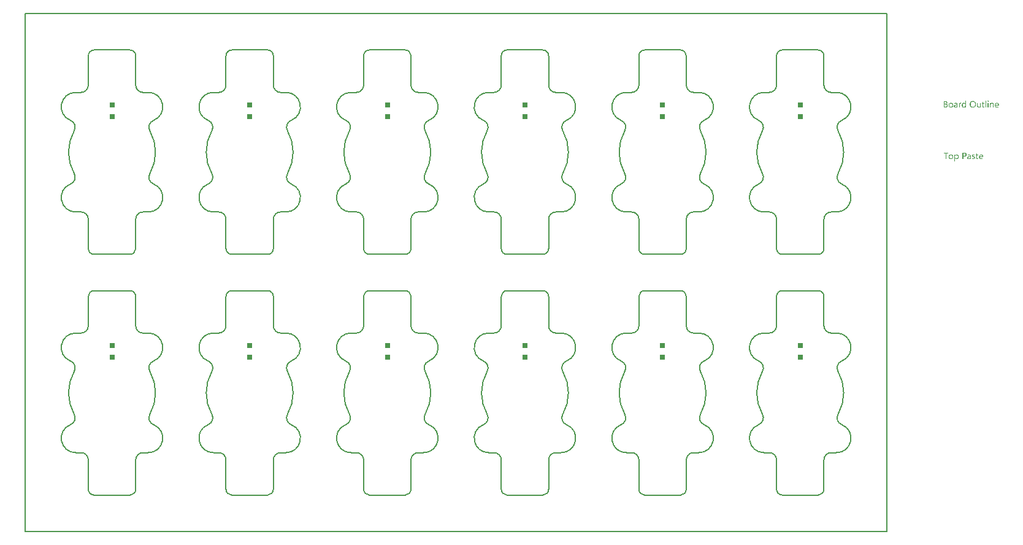
<source format=gtp>
G04*
G04 #@! TF.GenerationSoftware,Altium Limited,Altium Designer,21.6.4 (81)*
G04*
G04 Layer_Color=8421504*
%FSAX25Y25*%
%MOIN*%
G70*
G04*
G04 #@! TF.SameCoordinates,951E7868-A63B-422C-B91B-43858A88E4F6*
G04*
G04*
G04 #@! TF.FilePolarity,Positive*
G04*
G01*
G75*
%ADD14C,0.00787*%
%ADD38R,0.02756X0.02756*%
G36*
X0503737Y0214153D02*
X0503761D01*
X0503817Y0214128D01*
X0503848Y0214110D01*
X0503879Y0214085D01*
X0503885Y0214079D01*
X0503891Y0214073D01*
X0503922Y0214036D01*
X0503947Y0213974D01*
X0503953Y0213937D01*
X0503960Y0213899D01*
Y0213893D01*
Y0213881D01*
X0503953Y0213862D01*
X0503947Y0213838D01*
X0503929Y0213776D01*
X0503904Y0213745D01*
X0503879Y0213714D01*
X0503873D01*
X0503867Y0213701D01*
X0503829Y0213677D01*
X0503774Y0213652D01*
X0503737Y0213646D01*
X0503699Y0213639D01*
X0503681D01*
X0503662Y0213646D01*
X0503638D01*
X0503576Y0213670D01*
X0503545Y0213683D01*
X0503514Y0213708D01*
Y0213714D01*
X0503501Y0213720D01*
X0503489Y0213738D01*
X0503477Y0213757D01*
X0503452Y0213819D01*
X0503446Y0213856D01*
X0503440Y0213899D01*
Y0213906D01*
Y0213918D01*
X0503446Y0213937D01*
X0503452Y0213968D01*
X0503471Y0214023D01*
X0503489Y0214054D01*
X0503514Y0214085D01*
X0503520Y0214091D01*
X0503526Y0214098D01*
X0503563Y0214122D01*
X0503625Y0214147D01*
X0503662Y0214159D01*
X0503718D01*
X0503737Y0214153D01*
D02*
G37*
G36*
X0491747Y0210489D02*
X0491344D01*
Y0210910D01*
X0491332D01*
Y0210904D01*
X0491320Y0210891D01*
X0491301Y0210866D01*
X0491282Y0210835D01*
X0491251Y0210798D01*
X0491214Y0210761D01*
X0491171Y0210718D01*
X0491121Y0210675D01*
X0491066Y0210625D01*
X0490998Y0210582D01*
X0490930Y0210544D01*
X0490849Y0210507D01*
X0490769Y0210476D01*
X0490676Y0210452D01*
X0490577Y0210439D01*
X0490472Y0210433D01*
X0490428D01*
X0490391Y0210439D01*
X0490354Y0210445D01*
X0490304Y0210452D01*
X0490199Y0210476D01*
X0490075Y0210513D01*
X0489952Y0210576D01*
X0489883Y0210613D01*
X0489828Y0210656D01*
X0489766Y0210712D01*
X0489710Y0210767D01*
Y0210773D01*
X0489698Y0210786D01*
X0489685Y0210805D01*
X0489667Y0210829D01*
X0489648Y0210860D01*
X0489623Y0210904D01*
X0489599Y0210953D01*
X0489574Y0211009D01*
X0489543Y0211071D01*
X0489518Y0211139D01*
X0489494Y0211213D01*
X0489475Y0211294D01*
X0489456Y0211380D01*
X0489444Y0211479D01*
X0489438Y0211578D01*
X0489432Y0211684D01*
Y0211690D01*
Y0211708D01*
Y0211745D01*
X0489438Y0211789D01*
X0489444Y0211838D01*
X0489450Y0211900D01*
X0489456Y0211968D01*
X0489469Y0212042D01*
X0489506Y0212203D01*
X0489562Y0212371D01*
X0489599Y0212451D01*
X0489642Y0212531D01*
X0489685Y0212606D01*
X0489741Y0212680D01*
X0489747Y0212686D01*
X0489753Y0212699D01*
X0489772Y0212717D01*
X0489797Y0212742D01*
X0489828Y0212767D01*
X0489871Y0212798D01*
X0489914Y0212835D01*
X0489964Y0212872D01*
X0490088Y0212940D01*
X0490230Y0213002D01*
X0490310Y0213020D01*
X0490397Y0213039D01*
X0490484Y0213052D01*
X0490583Y0213058D01*
X0490632D01*
X0490670Y0213052D01*
X0490707Y0213045D01*
X0490756Y0213039D01*
X0490868Y0213008D01*
X0490991Y0212959D01*
X0491053Y0212928D01*
X0491115Y0212884D01*
X0491177Y0212841D01*
X0491233Y0212785D01*
X0491282Y0212723D01*
X0491332Y0212649D01*
X0491344D01*
Y0214209D01*
X0491747D01*
Y0210489D01*
D02*
G37*
G36*
X0506015Y0213052D02*
X0506089Y0213045D01*
X0506182Y0213027D01*
X0506281Y0212996D01*
X0506386Y0212946D01*
X0506491Y0212878D01*
X0506534Y0212841D01*
X0506578Y0212791D01*
X0506590Y0212779D01*
X0506615Y0212742D01*
X0506646Y0212680D01*
X0506689Y0212593D01*
X0506726Y0212488D01*
X0506764Y0212358D01*
X0506788Y0212203D01*
X0506795Y0212024D01*
Y0210489D01*
X0506392D01*
Y0211919D01*
Y0211925D01*
Y0211956D01*
X0506386Y0211993D01*
Y0212042D01*
X0506374Y0212104D01*
X0506361Y0212173D01*
X0506343Y0212247D01*
X0506318Y0212321D01*
X0506287Y0212395D01*
X0506250Y0212463D01*
X0506200Y0212531D01*
X0506145Y0212593D01*
X0506083Y0212643D01*
X0506002Y0212680D01*
X0505915Y0212711D01*
X0505810Y0212717D01*
X0505798D01*
X0505761Y0212711D01*
X0505705Y0212705D01*
X0505637Y0212686D01*
X0505556Y0212662D01*
X0505470Y0212618D01*
X0505389Y0212562D01*
X0505309Y0212488D01*
X0505303Y0212476D01*
X0505278Y0212451D01*
X0505247Y0212402D01*
X0505210Y0212333D01*
X0505173Y0212253D01*
X0505142Y0212154D01*
X0505117Y0212042D01*
X0505111Y0211919D01*
Y0210489D01*
X0504708D01*
Y0213002D01*
X0505111D01*
Y0212581D01*
X0505123D01*
X0505129Y0212587D01*
X0505136Y0212600D01*
X0505154Y0212624D01*
X0505179Y0212655D01*
X0505204Y0212692D01*
X0505241Y0212730D01*
X0505284Y0212773D01*
X0505334Y0212822D01*
X0505389Y0212866D01*
X0505451Y0212909D01*
X0505519Y0212946D01*
X0505594Y0212983D01*
X0505668Y0213014D01*
X0505755Y0213039D01*
X0505847Y0213052D01*
X0505946Y0213058D01*
X0505984D01*
X0506015Y0213052D01*
D02*
G37*
G36*
X0489017Y0213039D02*
X0489091Y0213033D01*
X0489134Y0213020D01*
X0489165Y0213008D01*
Y0212593D01*
X0489159Y0212600D01*
X0489147Y0212606D01*
X0489122Y0212618D01*
X0489091Y0212637D01*
X0489048Y0212649D01*
X0488992Y0212662D01*
X0488930Y0212668D01*
X0488862Y0212674D01*
X0488850D01*
X0488819Y0212668D01*
X0488769Y0212662D01*
X0488714Y0212643D01*
X0488639Y0212612D01*
X0488571Y0212569D01*
X0488497Y0212507D01*
X0488429Y0212426D01*
X0488423Y0212414D01*
X0488404Y0212383D01*
X0488373Y0212327D01*
X0488342Y0212253D01*
X0488311Y0212160D01*
X0488280Y0212042D01*
X0488262Y0211912D01*
X0488256Y0211764D01*
Y0210489D01*
X0487853D01*
Y0213002D01*
X0488256D01*
Y0212482D01*
X0488268D01*
Y0212488D01*
X0488274Y0212494D01*
X0488286Y0212525D01*
X0488305Y0212575D01*
X0488336Y0212637D01*
X0488367Y0212699D01*
X0488416Y0212767D01*
X0488466Y0212835D01*
X0488528Y0212897D01*
X0488534Y0212903D01*
X0488559Y0212922D01*
X0488596Y0212946D01*
X0488645Y0212971D01*
X0488701Y0212996D01*
X0488769Y0213020D01*
X0488843Y0213039D01*
X0488924Y0213045D01*
X0488980D01*
X0489017Y0213039D01*
D02*
G37*
G36*
X0499756Y0210489D02*
X0499354D01*
Y0210885D01*
X0499342D01*
Y0210879D01*
X0499329Y0210866D01*
X0499317Y0210842D01*
X0499292Y0210817D01*
X0499236Y0210743D01*
X0499150Y0210662D01*
X0499100Y0210619D01*
X0499045Y0210576D01*
X0498983Y0210538D01*
X0498908Y0210501D01*
X0498834Y0210476D01*
X0498754Y0210452D01*
X0498661Y0210439D01*
X0498568Y0210433D01*
X0498531D01*
X0498488Y0210439D01*
X0498426Y0210452D01*
X0498357Y0210464D01*
X0498283Y0210489D01*
X0498203Y0210520D01*
X0498122Y0210569D01*
X0498036Y0210625D01*
X0497955Y0210693D01*
X0497881Y0210780D01*
X0497813Y0210885D01*
X0497751Y0211003D01*
X0497708Y0211145D01*
X0497683Y0211312D01*
X0497670Y0211399D01*
Y0211498D01*
Y0213002D01*
X0498067D01*
Y0211560D01*
Y0211554D01*
Y0211529D01*
X0498073Y0211485D01*
X0498079Y0211436D01*
X0498085Y0211374D01*
X0498098Y0211312D01*
X0498116Y0211238D01*
X0498141Y0211163D01*
X0498178Y0211089D01*
X0498215Y0211021D01*
X0498265Y0210953D01*
X0498327Y0210891D01*
X0498395Y0210842D01*
X0498475Y0210805D01*
X0498574Y0210773D01*
X0498679Y0210767D01*
X0498692D01*
X0498729Y0210773D01*
X0498785Y0210780D01*
X0498847Y0210792D01*
X0498927Y0210823D01*
X0499008Y0210860D01*
X0499088Y0210910D01*
X0499162Y0210984D01*
X0499168Y0210996D01*
X0499193Y0211021D01*
X0499224Y0211071D01*
X0499261Y0211139D01*
X0499292Y0211219D01*
X0499323Y0211318D01*
X0499348Y0211430D01*
X0499354Y0211554D01*
Y0213002D01*
X0499756D01*
Y0210489D01*
D02*
G37*
G36*
X0503891D02*
X0503489D01*
Y0213002D01*
X0503891D01*
Y0210489D01*
D02*
G37*
G36*
X0502672D02*
X0502270D01*
Y0214209D01*
X0502672D01*
Y0210489D01*
D02*
G37*
G36*
X0486293Y0213052D02*
X0486349Y0213045D01*
X0486417Y0213027D01*
X0486491Y0213008D01*
X0486572Y0212977D01*
X0486658Y0212940D01*
X0486739Y0212891D01*
X0486819Y0212829D01*
X0486894Y0212754D01*
X0486962Y0212662D01*
X0487017Y0212556D01*
X0487061Y0212433D01*
X0487085Y0212290D01*
X0487098Y0212123D01*
Y0210489D01*
X0486696D01*
Y0210879D01*
X0486683D01*
Y0210873D01*
X0486671Y0210860D01*
X0486658Y0210835D01*
X0486634Y0210811D01*
X0486572Y0210736D01*
X0486491Y0210656D01*
X0486380Y0210576D01*
X0486250Y0210501D01*
X0486169Y0210476D01*
X0486089Y0210452D01*
X0486002Y0210439D01*
X0485910Y0210433D01*
X0485872D01*
X0485848Y0210439D01*
X0485779Y0210445D01*
X0485699Y0210458D01*
X0485600Y0210483D01*
X0485507Y0210513D01*
X0485408Y0210563D01*
X0485321Y0210625D01*
X0485315Y0210637D01*
X0485290Y0210662D01*
X0485253Y0210705D01*
X0485216Y0210767D01*
X0485179Y0210842D01*
X0485142Y0210928D01*
X0485117Y0211034D01*
X0485111Y0211151D01*
Y0211157D01*
Y0211182D01*
X0485117Y0211219D01*
X0485123Y0211262D01*
X0485136Y0211318D01*
X0485154Y0211380D01*
X0485179Y0211448D01*
X0485216Y0211516D01*
X0485259Y0211591D01*
X0485315Y0211665D01*
X0485383Y0211733D01*
X0485464Y0211795D01*
X0485557Y0211857D01*
X0485668Y0211906D01*
X0485792Y0211943D01*
X0485940Y0211974D01*
X0486696Y0212080D01*
Y0212086D01*
Y0212104D01*
X0486689Y0212141D01*
Y0212179D01*
X0486677Y0212228D01*
X0486671Y0212284D01*
X0486634Y0212402D01*
X0486603Y0212457D01*
X0486572Y0212513D01*
X0486528Y0212569D01*
X0486479Y0212618D01*
X0486417Y0212662D01*
X0486349Y0212692D01*
X0486269Y0212711D01*
X0486176Y0212717D01*
X0486132D01*
X0486101Y0212711D01*
X0486058D01*
X0486015Y0212699D01*
X0485903Y0212680D01*
X0485779Y0212643D01*
X0485643Y0212587D01*
X0485569Y0212550D01*
X0485501Y0212513D01*
X0485427Y0212463D01*
X0485358Y0212408D01*
Y0212822D01*
X0485365D01*
X0485377Y0212835D01*
X0485396Y0212847D01*
X0485427Y0212860D01*
X0485458Y0212878D01*
X0485501Y0212897D01*
X0485550Y0212915D01*
X0485606Y0212940D01*
X0485730Y0212983D01*
X0485879Y0213020D01*
X0486039Y0213045D01*
X0486213Y0213058D01*
X0486250D01*
X0486293Y0213052D01*
D02*
G37*
G36*
X0480605Y0213999D02*
X0480648D01*
X0480691Y0213992D01*
X0480790Y0213980D01*
X0480908Y0213949D01*
X0481032Y0213912D01*
X0481149Y0213856D01*
X0481255Y0213782D01*
X0481261D01*
X0481267Y0213770D01*
X0481298Y0213745D01*
X0481341Y0213695D01*
X0481391Y0213627D01*
X0481434Y0213541D01*
X0481477Y0213441D01*
X0481508Y0213330D01*
X0481521Y0213268D01*
Y0213200D01*
Y0213194D01*
Y0213188D01*
Y0213151D01*
X0481515Y0213095D01*
X0481502Y0213027D01*
X0481484Y0212940D01*
X0481453Y0212853D01*
X0481416Y0212767D01*
X0481360Y0212680D01*
X0481354Y0212668D01*
X0481329Y0212643D01*
X0481292Y0212606D01*
X0481242Y0212556D01*
X0481180Y0212507D01*
X0481106Y0212451D01*
X0481013Y0212408D01*
X0480914Y0212364D01*
Y0212358D01*
X0480933D01*
X0480951Y0212352D01*
X0480970Y0212346D01*
X0481038Y0212333D01*
X0481118Y0212309D01*
X0481205Y0212271D01*
X0481298Y0212228D01*
X0481391Y0212166D01*
X0481477Y0212086D01*
X0481490Y0212073D01*
X0481515Y0212042D01*
X0481545Y0211999D01*
X0481589Y0211931D01*
X0481626Y0211844D01*
X0481663Y0211745D01*
X0481688Y0211628D01*
X0481694Y0211498D01*
Y0211492D01*
Y0211479D01*
Y0211454D01*
X0481688Y0211423D01*
X0481682Y0211386D01*
X0481675Y0211343D01*
X0481651Y0211238D01*
X0481614Y0211120D01*
X0481558Y0210996D01*
X0481521Y0210941D01*
X0481477Y0210879D01*
X0481422Y0210823D01*
X0481366Y0210767D01*
X0481360D01*
X0481354Y0210755D01*
X0481335Y0210743D01*
X0481310Y0210724D01*
X0481279Y0210705D01*
X0481236Y0210681D01*
X0481143Y0210631D01*
X0481026Y0210576D01*
X0480889Y0210532D01*
X0480728Y0210501D01*
X0480648Y0210495D01*
X0480555Y0210489D01*
X0479528D01*
Y0214005D01*
X0480574D01*
X0480605Y0213999D01*
D02*
G37*
G36*
X0501100Y0213002D02*
X0501737D01*
Y0212655D01*
X0501100D01*
Y0211238D01*
Y0211225D01*
Y0211194D01*
X0501106Y0211151D01*
X0501112Y0211095D01*
X0501137Y0210978D01*
X0501155Y0210922D01*
X0501186Y0210879D01*
X0501193Y0210873D01*
X0501205Y0210860D01*
X0501224Y0210848D01*
X0501255Y0210829D01*
X0501292Y0210805D01*
X0501341Y0210792D01*
X0501403Y0210780D01*
X0501471Y0210773D01*
X0501496D01*
X0501527Y0210780D01*
X0501564Y0210786D01*
X0501651Y0210811D01*
X0501694Y0210829D01*
X0501737Y0210854D01*
Y0210507D01*
X0501731D01*
X0501713Y0210495D01*
X0501682Y0210489D01*
X0501638Y0210476D01*
X0501582Y0210464D01*
X0501521Y0210452D01*
X0501446Y0210445D01*
X0501360Y0210439D01*
X0501329D01*
X0501298Y0210445D01*
X0501255Y0210452D01*
X0501205Y0210464D01*
X0501149Y0210476D01*
X0501093Y0210501D01*
X0501032Y0210532D01*
X0500970Y0210569D01*
X0500908Y0210619D01*
X0500852Y0210675D01*
X0500803Y0210749D01*
X0500759Y0210829D01*
X0500728Y0210928D01*
X0500703Y0211040D01*
X0500697Y0211170D01*
Y0212655D01*
X0500270D01*
Y0213002D01*
X0500697D01*
Y0213615D01*
X0501100Y0213745D01*
Y0213002D01*
D02*
G37*
G36*
X0508627Y0213052D02*
X0508670Y0213045D01*
X0508713Y0213039D01*
X0508825Y0213020D01*
X0508949Y0212977D01*
X0509072Y0212922D01*
X0509134Y0212884D01*
X0509196Y0212841D01*
X0509252Y0212791D01*
X0509308Y0212736D01*
X0509314Y0212730D01*
X0509320Y0212723D01*
X0509332Y0212705D01*
X0509351Y0212680D01*
X0509370Y0212643D01*
X0509394Y0212606D01*
X0509419Y0212562D01*
X0509444Y0212507D01*
X0509469Y0212445D01*
X0509493Y0212383D01*
X0509518Y0212309D01*
X0509537Y0212228D01*
X0509555Y0212141D01*
X0509568Y0212055D01*
X0509580Y0211956D01*
Y0211851D01*
Y0211640D01*
X0507803D01*
Y0211634D01*
Y0211622D01*
Y0211603D01*
X0507810Y0211572D01*
X0507816Y0211535D01*
Y0211498D01*
X0507834Y0211399D01*
X0507865Y0211300D01*
X0507902Y0211188D01*
X0507958Y0211083D01*
X0508026Y0210990D01*
X0508039Y0210978D01*
X0508064Y0210953D01*
X0508113Y0210922D01*
X0508181Y0210879D01*
X0508268Y0210835D01*
X0508367Y0210805D01*
X0508484Y0210780D01*
X0508621Y0210767D01*
X0508664D01*
X0508695Y0210773D01*
X0508732D01*
X0508775Y0210780D01*
X0508881Y0210805D01*
X0508998Y0210835D01*
X0509128Y0210885D01*
X0509264Y0210953D01*
X0509332Y0210996D01*
X0509401Y0211046D01*
Y0210668D01*
X0509394D01*
X0509388Y0210656D01*
X0509370Y0210650D01*
X0509339Y0210631D01*
X0509308Y0210613D01*
X0509270Y0210594D01*
X0509221Y0210576D01*
X0509171Y0210551D01*
X0509110Y0210526D01*
X0509042Y0210507D01*
X0508893Y0210470D01*
X0508720Y0210445D01*
X0508528Y0210433D01*
X0508478D01*
X0508441Y0210439D01*
X0508398Y0210445D01*
X0508342Y0210452D01*
X0508224Y0210476D01*
X0508088Y0210513D01*
X0507952Y0210576D01*
X0507884Y0210619D01*
X0507816Y0210662D01*
X0507754Y0210712D01*
X0507692Y0210773D01*
X0507686Y0210780D01*
X0507680Y0210792D01*
X0507667Y0210811D01*
X0507643Y0210835D01*
X0507624Y0210873D01*
X0507599Y0210916D01*
X0507568Y0210965D01*
X0507544Y0211021D01*
X0507513Y0211083D01*
X0507488Y0211157D01*
X0507457Y0211238D01*
X0507438Y0211324D01*
X0507420Y0211417D01*
X0507401Y0211516D01*
X0507395Y0211622D01*
X0507389Y0211733D01*
Y0211739D01*
Y0211758D01*
Y0211789D01*
X0507395Y0211832D01*
X0507401Y0211881D01*
X0507407Y0211937D01*
X0507413Y0212005D01*
X0507432Y0212073D01*
X0507469Y0212222D01*
X0507525Y0212383D01*
X0507562Y0212463D01*
X0507612Y0212538D01*
X0507661Y0212618D01*
X0507717Y0212686D01*
X0507723Y0212692D01*
X0507735Y0212705D01*
X0507754Y0212723D01*
X0507779Y0212742D01*
X0507810Y0212773D01*
X0507847Y0212804D01*
X0507896Y0212835D01*
X0507946Y0212872D01*
X0508064Y0212940D01*
X0508206Y0213002D01*
X0508286Y0213020D01*
X0508367Y0213039D01*
X0508453Y0213052D01*
X0508546Y0213058D01*
X0508596D01*
X0508627Y0213052D01*
D02*
G37*
G36*
X0495584Y0214060D02*
X0495646Y0214054D01*
X0495721Y0214042D01*
X0495801Y0214023D01*
X0495888Y0214005D01*
X0495974Y0213980D01*
X0496073Y0213949D01*
X0496166Y0213906D01*
X0496265Y0213856D01*
X0496364Y0213800D01*
X0496457Y0213732D01*
X0496550Y0213658D01*
X0496637Y0213571D01*
X0496643Y0213565D01*
X0496655Y0213547D01*
X0496680Y0213522D01*
X0496705Y0213485D01*
X0496742Y0213435D01*
X0496779Y0213373D01*
X0496816Y0213305D01*
X0496860Y0213231D01*
X0496903Y0213138D01*
X0496940Y0213045D01*
X0496977Y0212940D01*
X0497014Y0212822D01*
X0497039Y0212705D01*
X0497064Y0212575D01*
X0497076Y0212433D01*
X0497082Y0212290D01*
Y0212278D01*
Y0212253D01*
Y0212210D01*
X0497076Y0212148D01*
X0497070Y0212073D01*
X0497058Y0211993D01*
X0497045Y0211900D01*
X0497027Y0211795D01*
X0497002Y0211690D01*
X0496971Y0211578D01*
X0496934Y0211467D01*
X0496890Y0211355D01*
X0496835Y0211238D01*
X0496773Y0211133D01*
X0496705Y0211027D01*
X0496624Y0210928D01*
X0496618Y0210922D01*
X0496606Y0210910D01*
X0496575Y0210885D01*
X0496544Y0210854D01*
X0496494Y0210811D01*
X0496439Y0210773D01*
X0496377Y0210724D01*
X0496303Y0210681D01*
X0496222Y0210637D01*
X0496129Y0210588D01*
X0496030Y0210551D01*
X0495919Y0210513D01*
X0495801Y0210476D01*
X0495677Y0210452D01*
X0495547Y0210439D01*
X0495405Y0210433D01*
X0495374D01*
X0495331Y0210439D01*
X0495281D01*
X0495219Y0210445D01*
X0495145Y0210458D01*
X0495064Y0210476D01*
X0494972Y0210495D01*
X0494879Y0210520D01*
X0494780Y0210551D01*
X0494681Y0210594D01*
X0494582Y0210637D01*
X0494483Y0210693D01*
X0494384Y0210761D01*
X0494291Y0210835D01*
X0494204Y0210922D01*
X0494198Y0210928D01*
X0494185Y0210947D01*
X0494161Y0210972D01*
X0494136Y0211009D01*
X0494099Y0211058D01*
X0494062Y0211120D01*
X0494025Y0211188D01*
X0493981Y0211269D01*
X0493938Y0211355D01*
X0493901Y0211448D01*
X0493864Y0211554D01*
X0493826Y0211671D01*
X0493802Y0211789D01*
X0493777Y0211919D01*
X0493765Y0212061D01*
X0493758Y0212203D01*
Y0212216D01*
Y0212241D01*
X0493765Y0212284D01*
Y0212346D01*
X0493771Y0212414D01*
X0493783Y0212501D01*
X0493795Y0212593D01*
X0493814Y0212692D01*
X0493839Y0212798D01*
X0493870Y0212909D01*
X0493907Y0213020D01*
X0493950Y0213132D01*
X0494006Y0213243D01*
X0494068Y0213355D01*
X0494136Y0213460D01*
X0494216Y0213559D01*
X0494223Y0213565D01*
X0494235Y0213584D01*
X0494266Y0213609D01*
X0494303Y0213639D01*
X0494346Y0213677D01*
X0494402Y0213720D01*
X0494470Y0213763D01*
X0494545Y0213813D01*
X0494631Y0213862D01*
X0494724Y0213906D01*
X0494823Y0213949D01*
X0494935Y0213986D01*
X0495058Y0214017D01*
X0495188Y0214048D01*
X0495324Y0214060D01*
X0495467Y0214067D01*
X0495535D01*
X0495584Y0214060D01*
D02*
G37*
G36*
X0483557Y0213052D02*
X0483601Y0213045D01*
X0483656Y0213039D01*
X0483780Y0213014D01*
X0483922Y0212971D01*
X0484065Y0212909D01*
X0484139Y0212872D01*
X0484207Y0212829D01*
X0484275Y0212773D01*
X0484337Y0212711D01*
X0484343Y0212705D01*
X0484350Y0212692D01*
X0484368Y0212674D01*
X0484387Y0212649D01*
X0484411Y0212612D01*
X0484436Y0212569D01*
X0484467Y0212519D01*
X0484498Y0212463D01*
X0484523Y0212395D01*
X0484554Y0212327D01*
X0484579Y0212247D01*
X0484603Y0212160D01*
X0484622Y0212067D01*
X0484641Y0211968D01*
X0484647Y0211863D01*
X0484653Y0211752D01*
Y0211745D01*
Y0211727D01*
Y0211696D01*
X0484647Y0211652D01*
X0484641Y0211603D01*
X0484634Y0211541D01*
X0484622Y0211479D01*
X0484610Y0211405D01*
X0484572Y0211256D01*
X0484511Y0211095D01*
X0484473Y0211015D01*
X0484424Y0210934D01*
X0484374Y0210860D01*
X0484312Y0210792D01*
X0484306Y0210786D01*
X0484294Y0210780D01*
X0484275Y0210761D01*
X0484250Y0210736D01*
X0484213Y0210712D01*
X0484176Y0210681D01*
X0484127Y0210644D01*
X0484071Y0210613D01*
X0484009Y0210582D01*
X0483941Y0210544D01*
X0483867Y0210513D01*
X0483786Y0210489D01*
X0483700Y0210464D01*
X0483607Y0210452D01*
X0483508Y0210439D01*
X0483402Y0210433D01*
X0483347D01*
X0483310Y0210439D01*
X0483266Y0210445D01*
X0483211Y0210452D01*
X0483149Y0210464D01*
X0483081Y0210476D01*
X0482938Y0210520D01*
X0482790Y0210582D01*
X0482715Y0210619D01*
X0482647Y0210668D01*
X0482579Y0210718D01*
X0482511Y0210780D01*
X0482505Y0210786D01*
X0482499Y0210798D01*
X0482480Y0210817D01*
X0482462Y0210842D01*
X0482437Y0210879D01*
X0482406Y0210922D01*
X0482375Y0210972D01*
X0482350Y0211027D01*
X0482319Y0211095D01*
X0482288Y0211163D01*
X0482257Y0211238D01*
X0482233Y0211324D01*
X0482195Y0211510D01*
X0482189Y0211609D01*
X0482183Y0211714D01*
Y0211721D01*
Y0211745D01*
Y0211776D01*
X0482189Y0211820D01*
X0482195Y0211869D01*
X0482202Y0211931D01*
X0482214Y0211999D01*
X0482226Y0212073D01*
X0482264Y0212234D01*
X0482325Y0212395D01*
X0482369Y0212476D01*
X0482412Y0212556D01*
X0482462Y0212631D01*
X0482523Y0212699D01*
X0482530Y0212705D01*
X0482542Y0212717D01*
X0482561Y0212730D01*
X0482585Y0212754D01*
X0482623Y0212779D01*
X0482666Y0212810D01*
X0482715Y0212847D01*
X0482771Y0212878D01*
X0482833Y0212909D01*
X0482907Y0212946D01*
X0482982Y0212977D01*
X0483068Y0213002D01*
X0483155Y0213027D01*
X0483254Y0213045D01*
X0483359Y0213052D01*
X0483464Y0213058D01*
X0483520D01*
X0483557Y0213052D01*
D02*
G37*
G36*
X0486770Y0185013D02*
X0486813Y0185007D01*
X0486857Y0185001D01*
X0486968Y0184976D01*
X0487092Y0184939D01*
X0487216Y0184877D01*
X0487277Y0184840D01*
X0487339Y0184790D01*
X0487395Y0184741D01*
X0487451Y0184679D01*
X0487457Y0184673D01*
X0487463Y0184667D01*
X0487475Y0184642D01*
X0487494Y0184617D01*
X0487513Y0184586D01*
X0487537Y0184543D01*
X0487562Y0184493D01*
X0487587Y0184444D01*
X0487612Y0184382D01*
X0487637Y0184314D01*
X0487661Y0184239D01*
X0487680Y0184159D01*
X0487711Y0183979D01*
X0487723Y0183880D01*
Y0183775D01*
Y0183769D01*
Y0183750D01*
Y0183713D01*
X0487717Y0183670D01*
Y0183621D01*
X0487705Y0183559D01*
X0487698Y0183491D01*
X0487686Y0183416D01*
X0487649Y0183255D01*
X0487593Y0183088D01*
X0487556Y0183008D01*
X0487519Y0182927D01*
X0487469Y0182847D01*
X0487414Y0182772D01*
X0487407Y0182766D01*
X0487401Y0182754D01*
X0487383Y0182735D01*
X0487358Y0182717D01*
X0487327Y0182686D01*
X0487290Y0182655D01*
X0487247Y0182618D01*
X0487197Y0182587D01*
X0487141Y0182550D01*
X0487079Y0182512D01*
X0486931Y0182457D01*
X0486850Y0182432D01*
X0486770Y0182413D01*
X0486677Y0182401D01*
X0486578Y0182395D01*
X0486528D01*
X0486497Y0182401D01*
X0486454Y0182407D01*
X0486411Y0182420D01*
X0486299Y0182444D01*
X0486182Y0182494D01*
X0486114Y0182531D01*
X0486052Y0182568D01*
X0485990Y0182618D01*
X0485934Y0182673D01*
X0485872Y0182735D01*
X0485823Y0182810D01*
X0485810D01*
Y0181299D01*
X0485408D01*
Y0184964D01*
X0485810D01*
Y0184518D01*
X0485823D01*
X0485829Y0184524D01*
X0485835Y0184543D01*
X0485854Y0184567D01*
X0485879Y0184599D01*
X0485910Y0184636D01*
X0485947Y0184679D01*
X0485990Y0184722D01*
X0486046Y0184772D01*
X0486101Y0184815D01*
X0486163Y0184859D01*
X0486237Y0184902D01*
X0486312Y0184939D01*
X0486399Y0184976D01*
X0486491Y0185001D01*
X0486584Y0185013D01*
X0486689Y0185019D01*
X0486739D01*
X0486770Y0185013D01*
D02*
G37*
G36*
X0496042D02*
X0496123Y0185007D01*
X0496210Y0184995D01*
X0496309Y0184970D01*
X0496408Y0184945D01*
X0496507Y0184908D01*
Y0184500D01*
X0496494Y0184506D01*
X0496457Y0184530D01*
X0496402Y0184555D01*
X0496327Y0184592D01*
X0496234Y0184623D01*
X0496123Y0184654D01*
X0495999Y0184673D01*
X0495869Y0184679D01*
X0495801D01*
X0495739Y0184667D01*
X0495665Y0184654D01*
X0495659D01*
X0495652Y0184648D01*
X0495615Y0184636D01*
X0495566Y0184611D01*
X0495510Y0184580D01*
X0495498Y0184574D01*
X0495473Y0184549D01*
X0495442Y0184512D01*
X0495411Y0184468D01*
X0495405Y0184456D01*
X0495393Y0184425D01*
X0495380Y0184382D01*
X0495374Y0184326D01*
Y0184320D01*
Y0184308D01*
Y0184289D01*
X0495380Y0184270D01*
X0495393Y0184215D01*
X0495411Y0184159D01*
X0495417Y0184147D01*
X0495436Y0184122D01*
X0495473Y0184085D01*
X0495516Y0184041D01*
X0495522D01*
X0495529Y0184035D01*
X0495566Y0184010D01*
X0495615Y0183979D01*
X0495683Y0183949D01*
X0495690D01*
X0495702Y0183942D01*
X0495721Y0183936D01*
X0495752Y0183924D01*
X0495820Y0183899D01*
X0495906Y0183862D01*
X0495913D01*
X0495937Y0183850D01*
X0495968Y0183837D01*
X0496005Y0183825D01*
X0496104Y0183781D01*
X0496203Y0183732D01*
X0496210D01*
X0496228Y0183720D01*
X0496253Y0183707D01*
X0496284Y0183689D01*
X0496358Y0183639D01*
X0496432Y0183577D01*
X0496439Y0183571D01*
X0496451Y0183565D01*
X0496463Y0183546D01*
X0496488Y0183521D01*
X0496531Y0183459D01*
X0496575Y0183379D01*
Y0183373D01*
X0496581Y0183361D01*
X0496593Y0183336D01*
X0496600Y0183305D01*
X0496612Y0183268D01*
X0496618Y0183224D01*
X0496624Y0183119D01*
Y0183113D01*
Y0183088D01*
X0496618Y0183051D01*
X0496612Y0183008D01*
X0496606Y0182958D01*
X0496587Y0182902D01*
X0496569Y0182853D01*
X0496538Y0182797D01*
X0496531Y0182791D01*
X0496525Y0182772D01*
X0496507Y0182748D01*
X0496482Y0182717D01*
X0496451Y0182680D01*
X0496414Y0182642D01*
X0496321Y0182568D01*
X0496315Y0182562D01*
X0496296Y0182556D01*
X0496272Y0182537D01*
X0496228Y0182519D01*
X0496185Y0182494D01*
X0496129Y0182475D01*
X0496073Y0182457D01*
X0496005Y0182438D01*
X0495999D01*
X0495974Y0182432D01*
X0495937Y0182426D01*
X0495894Y0182420D01*
X0495832Y0182407D01*
X0495770Y0182401D01*
X0495628Y0182395D01*
X0495566D01*
X0495492Y0182401D01*
X0495399Y0182413D01*
X0495294Y0182432D01*
X0495182Y0182457D01*
X0495071Y0182488D01*
X0494959Y0182537D01*
Y0182970D01*
X0494965D01*
X0494972Y0182958D01*
X0494990Y0182946D01*
X0495015Y0182933D01*
X0495083Y0182896D01*
X0495176Y0182853D01*
X0495281Y0182803D01*
X0495405Y0182766D01*
X0495541Y0182741D01*
X0495683Y0182729D01*
X0495733D01*
X0495764Y0182735D01*
X0495851Y0182748D01*
X0495950Y0182772D01*
X0496042Y0182816D01*
X0496086Y0182847D01*
X0496129Y0182878D01*
X0496160Y0182921D01*
X0496185Y0182964D01*
X0496203Y0183020D01*
X0496210Y0183082D01*
Y0183088D01*
Y0183100D01*
Y0183119D01*
X0496203Y0183138D01*
X0496191Y0183193D01*
X0496166Y0183249D01*
Y0183255D01*
X0496160Y0183261D01*
X0496135Y0183292D01*
X0496098Y0183336D01*
X0496042Y0183373D01*
X0496036D01*
X0496030Y0183385D01*
X0495993Y0183404D01*
X0495937Y0183441D01*
X0495863Y0183472D01*
X0495857D01*
X0495844Y0183478D01*
X0495826Y0183491D01*
X0495795Y0183503D01*
X0495727Y0183528D01*
X0495640Y0183565D01*
X0495634D01*
X0495609Y0183577D01*
X0495578Y0183589D01*
X0495541Y0183602D01*
X0495442Y0183645D01*
X0495343Y0183695D01*
X0495337Y0183701D01*
X0495324Y0183707D01*
X0495300Y0183720D01*
X0495269Y0183738D01*
X0495201Y0183788D01*
X0495132Y0183843D01*
X0495126Y0183850D01*
X0495120Y0183856D01*
X0495102Y0183874D01*
X0495083Y0183899D01*
X0495040Y0183961D01*
X0495003Y0184035D01*
Y0184041D01*
X0494996Y0184054D01*
X0494990Y0184079D01*
X0494984Y0184109D01*
X0494978Y0184147D01*
X0494972Y0184190D01*
X0494965Y0184295D01*
Y0184301D01*
Y0184326D01*
X0494972Y0184357D01*
X0494978Y0184400D01*
X0494984Y0184450D01*
X0495003Y0184500D01*
X0495021Y0184555D01*
X0495046Y0184605D01*
X0495052Y0184611D01*
X0495058Y0184629D01*
X0495077Y0184654D01*
X0495102Y0184685D01*
X0495170Y0184759D01*
X0495256Y0184834D01*
X0495262Y0184840D01*
X0495281Y0184846D01*
X0495306Y0184865D01*
X0495349Y0184883D01*
X0495393Y0184908D01*
X0495442Y0184933D01*
X0495566Y0184970D01*
X0495572D01*
X0495597Y0184976D01*
X0495628Y0184988D01*
X0495677Y0184995D01*
X0495727Y0185007D01*
X0495789Y0185013D01*
X0495925Y0185019D01*
X0495981D01*
X0496042Y0185013D01*
D02*
G37*
G36*
X0493548D02*
X0493604Y0185007D01*
X0493672Y0184988D01*
X0493746Y0184970D01*
X0493826Y0184939D01*
X0493913Y0184902D01*
X0493994Y0184852D01*
X0494074Y0184790D01*
X0494148Y0184716D01*
X0494216Y0184623D01*
X0494272Y0184518D01*
X0494315Y0184394D01*
X0494340Y0184252D01*
X0494353Y0184085D01*
Y0182451D01*
X0493950D01*
Y0182841D01*
X0493938D01*
Y0182834D01*
X0493926Y0182822D01*
X0493913Y0182797D01*
X0493888Y0182772D01*
X0493826Y0182698D01*
X0493746Y0182618D01*
X0493635Y0182537D01*
X0493505Y0182463D01*
X0493424Y0182438D01*
X0493344Y0182413D01*
X0493257Y0182401D01*
X0493164Y0182395D01*
X0493127D01*
X0493102Y0182401D01*
X0493034Y0182407D01*
X0492954Y0182420D01*
X0492855Y0182444D01*
X0492762Y0182475D01*
X0492663Y0182525D01*
X0492576Y0182587D01*
X0492570Y0182599D01*
X0492545Y0182624D01*
X0492508Y0182667D01*
X0492471Y0182729D01*
X0492434Y0182803D01*
X0492397Y0182890D01*
X0492372Y0182995D01*
X0492366Y0183113D01*
Y0183119D01*
Y0183144D01*
X0492372Y0183181D01*
X0492378Y0183224D01*
X0492390Y0183280D01*
X0492409Y0183342D01*
X0492434Y0183410D01*
X0492471Y0183478D01*
X0492514Y0183552D01*
X0492570Y0183627D01*
X0492638Y0183695D01*
X0492719Y0183757D01*
X0492811Y0183819D01*
X0492923Y0183868D01*
X0493047Y0183905D01*
X0493195Y0183936D01*
X0493950Y0184041D01*
Y0184048D01*
Y0184066D01*
X0493944Y0184103D01*
Y0184140D01*
X0493932Y0184190D01*
X0493926Y0184246D01*
X0493888Y0184363D01*
X0493857Y0184419D01*
X0493826Y0184475D01*
X0493783Y0184530D01*
X0493734Y0184580D01*
X0493672Y0184623D01*
X0493604Y0184654D01*
X0493523Y0184673D01*
X0493430Y0184679D01*
X0493387D01*
X0493356Y0184673D01*
X0493313D01*
X0493269Y0184660D01*
X0493158Y0184642D01*
X0493034Y0184605D01*
X0492898Y0184549D01*
X0492824Y0184512D01*
X0492756Y0184475D01*
X0492681Y0184425D01*
X0492613Y0184370D01*
Y0184784D01*
X0492619D01*
X0492632Y0184797D01*
X0492650Y0184809D01*
X0492681Y0184821D01*
X0492712Y0184840D01*
X0492756Y0184859D01*
X0492805Y0184877D01*
X0492861Y0184902D01*
X0492985Y0184945D01*
X0493133Y0184982D01*
X0493294Y0185007D01*
X0493467Y0185019D01*
X0493505D01*
X0493548Y0185013D01*
D02*
G37*
G36*
X0490849Y0185960D02*
X0490899D01*
X0490948Y0185954D01*
X0491078Y0185929D01*
X0491214Y0185898D01*
X0491363Y0185849D01*
X0491505Y0185781D01*
X0491567Y0185737D01*
X0491629Y0185688D01*
X0491635D01*
X0491641Y0185676D01*
X0491660Y0185657D01*
X0491678Y0185638D01*
X0491728Y0185576D01*
X0491790Y0185490D01*
X0491846Y0185378D01*
X0491895Y0185248D01*
X0491932Y0185094D01*
X0491938Y0185007D01*
X0491945Y0184914D01*
Y0184908D01*
Y0184889D01*
Y0184865D01*
X0491938Y0184834D01*
X0491932Y0184790D01*
X0491926Y0184741D01*
X0491901Y0184623D01*
X0491858Y0184493D01*
X0491796Y0184357D01*
X0491759Y0184289D01*
X0491716Y0184221D01*
X0491660Y0184153D01*
X0491598Y0184091D01*
X0491592Y0184085D01*
X0491579Y0184079D01*
X0491561Y0184060D01*
X0491536Y0184041D01*
X0491499Y0184017D01*
X0491456Y0183992D01*
X0491406Y0183961D01*
X0491351Y0183936D01*
X0491289Y0183905D01*
X0491221Y0183874D01*
X0491140Y0183850D01*
X0491059Y0183825D01*
X0490874Y0183788D01*
X0490775Y0183781D01*
X0490670Y0183775D01*
X0490205D01*
Y0182451D01*
X0489791D01*
Y0185967D01*
X0490812D01*
X0490849Y0185960D01*
D02*
G37*
G36*
X0481966Y0185595D02*
X0480951D01*
Y0182451D01*
X0480543D01*
Y0185595D01*
X0479528D01*
Y0185967D01*
X0481966D01*
Y0185595D01*
D02*
G37*
G36*
X0497776Y0184964D02*
X0498413D01*
Y0184617D01*
X0497776D01*
Y0183200D01*
Y0183187D01*
Y0183156D01*
X0497782Y0183113D01*
X0497788Y0183057D01*
X0497813Y0182940D01*
X0497831Y0182884D01*
X0497862Y0182841D01*
X0497868Y0182834D01*
X0497881Y0182822D01*
X0497899Y0182810D01*
X0497930Y0182791D01*
X0497968Y0182766D01*
X0498017Y0182754D01*
X0498079Y0182741D01*
X0498147Y0182735D01*
X0498172D01*
X0498203Y0182741D01*
X0498240Y0182748D01*
X0498327Y0182772D01*
X0498370Y0182791D01*
X0498413Y0182816D01*
Y0182469D01*
X0498407D01*
X0498388Y0182457D01*
X0498357Y0182451D01*
X0498314Y0182438D01*
X0498258Y0182426D01*
X0498197Y0182413D01*
X0498122Y0182407D01*
X0498036Y0182401D01*
X0498005D01*
X0497974Y0182407D01*
X0497930Y0182413D01*
X0497881Y0182426D01*
X0497825Y0182438D01*
X0497769Y0182463D01*
X0497708Y0182494D01*
X0497646Y0182531D01*
X0497584Y0182580D01*
X0497528Y0182636D01*
X0497479Y0182711D01*
X0497435Y0182791D01*
X0497404Y0182890D01*
X0497379Y0183001D01*
X0497373Y0183132D01*
Y0184617D01*
X0496946D01*
Y0184964D01*
X0497373D01*
Y0185576D01*
X0497776Y0185706D01*
Y0184964D01*
D02*
G37*
G36*
X0500016Y0185013D02*
X0500060Y0185007D01*
X0500103Y0185001D01*
X0500214Y0184982D01*
X0500338Y0184939D01*
X0500462Y0184883D01*
X0500524Y0184846D01*
X0500586Y0184803D01*
X0500642Y0184753D01*
X0500697Y0184697D01*
X0500703Y0184691D01*
X0500710Y0184685D01*
X0500722Y0184667D01*
X0500741Y0184642D01*
X0500759Y0184605D01*
X0500784Y0184567D01*
X0500809Y0184524D01*
X0500834Y0184468D01*
X0500858Y0184407D01*
X0500883Y0184345D01*
X0500908Y0184270D01*
X0500926Y0184190D01*
X0500945Y0184103D01*
X0500957Y0184017D01*
X0500970Y0183918D01*
Y0183812D01*
Y0183602D01*
X0499193D01*
Y0183596D01*
Y0183583D01*
Y0183565D01*
X0499199Y0183534D01*
X0499206Y0183497D01*
Y0183459D01*
X0499224Y0183361D01*
X0499255Y0183261D01*
X0499292Y0183150D01*
X0499348Y0183045D01*
X0499416Y0182952D01*
X0499428Y0182940D01*
X0499453Y0182915D01*
X0499503Y0182884D01*
X0499571Y0182841D01*
X0499657Y0182797D01*
X0499756Y0182766D01*
X0499874Y0182741D01*
X0500010Y0182729D01*
X0500054D01*
X0500085Y0182735D01*
X0500122D01*
X0500165Y0182741D01*
X0500270Y0182766D01*
X0500388Y0182797D01*
X0500518Y0182847D01*
X0500654Y0182915D01*
X0500722Y0182958D01*
X0500790Y0183008D01*
Y0182630D01*
X0500784D01*
X0500778Y0182618D01*
X0500759Y0182612D01*
X0500728Y0182593D01*
X0500697Y0182574D01*
X0500660Y0182556D01*
X0500611Y0182537D01*
X0500561Y0182512D01*
X0500499Y0182488D01*
X0500431Y0182469D01*
X0500283Y0182432D01*
X0500109Y0182407D01*
X0499917Y0182395D01*
X0499868D01*
X0499831Y0182401D01*
X0499787Y0182407D01*
X0499732Y0182413D01*
X0499614Y0182438D01*
X0499478Y0182475D01*
X0499342Y0182537D01*
X0499274Y0182580D01*
X0499206Y0182624D01*
X0499144Y0182673D01*
X0499082Y0182735D01*
X0499076Y0182741D01*
X0499069Y0182754D01*
X0499057Y0182772D01*
X0499032Y0182797D01*
X0499014Y0182834D01*
X0498989Y0182878D01*
X0498958Y0182927D01*
X0498933Y0182983D01*
X0498902Y0183045D01*
X0498877Y0183119D01*
X0498847Y0183200D01*
X0498828Y0183286D01*
X0498809Y0183379D01*
X0498791Y0183478D01*
X0498785Y0183583D01*
X0498778Y0183695D01*
Y0183701D01*
Y0183720D01*
Y0183750D01*
X0498785Y0183794D01*
X0498791Y0183843D01*
X0498797Y0183899D01*
X0498803Y0183967D01*
X0498822Y0184035D01*
X0498859Y0184184D01*
X0498915Y0184345D01*
X0498952Y0184425D01*
X0499001Y0184500D01*
X0499051Y0184580D01*
X0499107Y0184648D01*
X0499113Y0184654D01*
X0499125Y0184667D01*
X0499144Y0184685D01*
X0499168Y0184704D01*
X0499199Y0184735D01*
X0499236Y0184766D01*
X0499286Y0184797D01*
X0499336Y0184834D01*
X0499453Y0184902D01*
X0499595Y0184964D01*
X0499676Y0184982D01*
X0499756Y0185001D01*
X0499843Y0185013D01*
X0499936Y0185019D01*
X0499986D01*
X0500016Y0185013D01*
D02*
G37*
G36*
X0483669D02*
X0483712Y0185007D01*
X0483768Y0185001D01*
X0483891Y0184976D01*
X0484034Y0184933D01*
X0484176Y0184871D01*
X0484250Y0184834D01*
X0484319Y0184790D01*
X0484387Y0184735D01*
X0484449Y0184673D01*
X0484455Y0184667D01*
X0484461Y0184654D01*
X0484480Y0184636D01*
X0484498Y0184611D01*
X0484523Y0184574D01*
X0484548Y0184530D01*
X0484579Y0184481D01*
X0484610Y0184425D01*
X0484634Y0184357D01*
X0484665Y0184289D01*
X0484690Y0184209D01*
X0484715Y0184122D01*
X0484733Y0184029D01*
X0484752Y0183930D01*
X0484758Y0183825D01*
X0484764Y0183713D01*
Y0183707D01*
Y0183689D01*
Y0183658D01*
X0484758Y0183614D01*
X0484752Y0183565D01*
X0484746Y0183503D01*
X0484733Y0183441D01*
X0484721Y0183367D01*
X0484684Y0183218D01*
X0484622Y0183057D01*
X0484585Y0182977D01*
X0484535Y0182896D01*
X0484486Y0182822D01*
X0484424Y0182754D01*
X0484418Y0182748D01*
X0484405Y0182741D01*
X0484387Y0182723D01*
X0484362Y0182698D01*
X0484325Y0182673D01*
X0484288Y0182642D01*
X0484238Y0182605D01*
X0484182Y0182574D01*
X0484121Y0182543D01*
X0484053Y0182506D01*
X0483978Y0182475D01*
X0483898Y0182451D01*
X0483811Y0182426D01*
X0483718Y0182413D01*
X0483619Y0182401D01*
X0483514Y0182395D01*
X0483458D01*
X0483421Y0182401D01*
X0483378Y0182407D01*
X0483322Y0182413D01*
X0483260Y0182426D01*
X0483192Y0182438D01*
X0483050Y0182482D01*
X0482901Y0182543D01*
X0482827Y0182580D01*
X0482759Y0182630D01*
X0482691Y0182680D01*
X0482623Y0182741D01*
X0482616Y0182748D01*
X0482610Y0182760D01*
X0482592Y0182779D01*
X0482573Y0182803D01*
X0482548Y0182841D01*
X0482517Y0182884D01*
X0482486Y0182933D01*
X0482462Y0182989D01*
X0482431Y0183057D01*
X0482400Y0183125D01*
X0482369Y0183200D01*
X0482344Y0183286D01*
X0482307Y0183472D01*
X0482301Y0183571D01*
X0482295Y0183676D01*
Y0183682D01*
Y0183707D01*
Y0183738D01*
X0482301Y0183781D01*
X0482307Y0183831D01*
X0482313Y0183893D01*
X0482325Y0183961D01*
X0482338Y0184035D01*
X0482375Y0184196D01*
X0482437Y0184357D01*
X0482480Y0184438D01*
X0482523Y0184518D01*
X0482573Y0184592D01*
X0482635Y0184660D01*
X0482641Y0184667D01*
X0482654Y0184679D01*
X0482672Y0184691D01*
X0482697Y0184716D01*
X0482734Y0184741D01*
X0482777Y0184772D01*
X0482827Y0184809D01*
X0482882Y0184840D01*
X0482944Y0184871D01*
X0483019Y0184908D01*
X0483093Y0184939D01*
X0483180Y0184964D01*
X0483266Y0184988D01*
X0483365Y0185007D01*
X0483471Y0185013D01*
X0483576Y0185019D01*
X0483632D01*
X0483669Y0185013D01*
D02*
G37*
%LPC*%
G36*
X0490632Y0212717D02*
X0490595D01*
X0490570Y0212711D01*
X0490502Y0212705D01*
X0490422Y0212686D01*
X0490329Y0212649D01*
X0490230Y0212600D01*
X0490137Y0212538D01*
X0490094Y0212494D01*
X0490051Y0212445D01*
X0490044Y0212433D01*
X0490020Y0212395D01*
X0489983Y0212333D01*
X0489945Y0212253D01*
X0489908Y0212148D01*
X0489871Y0212018D01*
X0489846Y0211869D01*
X0489840Y0211702D01*
Y0211696D01*
Y0211684D01*
Y0211659D01*
X0489846Y0211628D01*
Y0211597D01*
X0489853Y0211554D01*
X0489865Y0211454D01*
X0489890Y0211343D01*
X0489927Y0211232D01*
X0489976Y0211120D01*
X0490044Y0211015D01*
X0490057Y0211003D01*
X0490082Y0210978D01*
X0490125Y0210934D01*
X0490187Y0210891D01*
X0490267Y0210848D01*
X0490360Y0210805D01*
X0490465Y0210780D01*
X0490589Y0210767D01*
X0490620D01*
X0490645Y0210773D01*
X0490707Y0210780D01*
X0490781Y0210798D01*
X0490868Y0210829D01*
X0490961Y0210866D01*
X0491047Y0210928D01*
X0491134Y0211009D01*
X0491140Y0211021D01*
X0491165Y0211052D01*
X0491202Y0211108D01*
X0491239Y0211176D01*
X0491276Y0211262D01*
X0491313Y0211368D01*
X0491338Y0211492D01*
X0491344Y0211622D01*
Y0211993D01*
Y0211999D01*
Y0212005D01*
Y0212042D01*
X0491332Y0212098D01*
X0491320Y0212173D01*
X0491295Y0212253D01*
X0491258Y0212340D01*
X0491208Y0212426D01*
X0491140Y0212507D01*
X0491134Y0212513D01*
X0491103Y0212538D01*
X0491059Y0212575D01*
X0491004Y0212612D01*
X0490930Y0212649D01*
X0490843Y0212686D01*
X0490744Y0212711D01*
X0490632Y0212717D01*
D02*
G37*
G36*
X0486696Y0211758D02*
X0486089Y0211671D01*
X0486077D01*
X0486046Y0211665D01*
X0485996Y0211652D01*
X0485934Y0211640D01*
X0485866Y0211622D01*
X0485792Y0211597D01*
X0485730Y0211572D01*
X0485668Y0211535D01*
X0485662Y0211529D01*
X0485643Y0211516D01*
X0485625Y0211492D01*
X0485600Y0211454D01*
X0485569Y0211405D01*
X0485550Y0211343D01*
X0485532Y0211269D01*
X0485526Y0211182D01*
Y0211176D01*
Y0211151D01*
X0485532Y0211120D01*
X0485544Y0211077D01*
X0485557Y0211027D01*
X0485581Y0210978D01*
X0485612Y0210928D01*
X0485656Y0210879D01*
X0485662Y0210873D01*
X0485680Y0210860D01*
X0485711Y0210842D01*
X0485748Y0210823D01*
X0485798Y0210805D01*
X0485860Y0210786D01*
X0485928Y0210773D01*
X0486009Y0210767D01*
X0486021D01*
X0486058Y0210773D01*
X0486114Y0210780D01*
X0486182Y0210792D01*
X0486256Y0210817D01*
X0486343Y0210854D01*
X0486423Y0210910D01*
X0486497Y0210978D01*
X0486504Y0210990D01*
X0486528Y0211015D01*
X0486559Y0211058D01*
X0486596Y0211120D01*
X0486634Y0211201D01*
X0486665Y0211287D01*
X0486689Y0211392D01*
X0486696Y0211504D01*
Y0211758D01*
D02*
G37*
G36*
X0480413Y0213633D02*
X0479942D01*
Y0212494D01*
X0480419D01*
X0480481Y0212501D01*
X0480555Y0212513D01*
X0480642Y0212531D01*
X0480735Y0212562D01*
X0480815Y0212600D01*
X0480896Y0212655D01*
X0480902Y0212662D01*
X0480927Y0212686D01*
X0480957Y0212723D01*
X0480995Y0212779D01*
X0481026Y0212841D01*
X0481056Y0212922D01*
X0481081Y0213014D01*
X0481087Y0213120D01*
Y0213126D01*
Y0213144D01*
X0481081Y0213169D01*
X0481075Y0213200D01*
X0481050Y0213281D01*
X0481032Y0213330D01*
X0481001Y0213380D01*
X0480970Y0213423D01*
X0480920Y0213472D01*
X0480871Y0213516D01*
X0480803Y0213553D01*
X0480728Y0213584D01*
X0480636Y0213609D01*
X0480530Y0213627D01*
X0480413Y0213633D01*
D02*
G37*
G36*
Y0212123D02*
X0479942D01*
Y0210860D01*
X0480561D01*
X0480623Y0210866D01*
X0480710Y0210879D01*
X0480796Y0210904D01*
X0480889Y0210928D01*
X0480982Y0210972D01*
X0481063Y0211027D01*
X0481069Y0211034D01*
X0481094Y0211058D01*
X0481125Y0211095D01*
X0481162Y0211151D01*
X0481199Y0211219D01*
X0481230Y0211300D01*
X0481255Y0211399D01*
X0481261Y0211504D01*
Y0211510D01*
Y0211529D01*
X0481255Y0211560D01*
X0481248Y0211603D01*
X0481236Y0211646D01*
X0481217Y0211702D01*
X0481193Y0211758D01*
X0481155Y0211813D01*
X0481112Y0211869D01*
X0481056Y0211925D01*
X0480988Y0211981D01*
X0480902Y0212024D01*
X0480809Y0212067D01*
X0480691Y0212098D01*
X0480561Y0212117D01*
X0480413Y0212123D01*
D02*
G37*
G36*
X0508540Y0212717D02*
X0508491D01*
X0508441Y0212705D01*
X0508373Y0212692D01*
X0508299Y0212668D01*
X0508212Y0212631D01*
X0508132Y0212581D01*
X0508051Y0212513D01*
X0508045Y0212507D01*
X0508020Y0212476D01*
X0507989Y0212433D01*
X0507946Y0212371D01*
X0507902Y0212296D01*
X0507865Y0212203D01*
X0507834Y0212098D01*
X0507810Y0211981D01*
X0509165D01*
Y0211987D01*
Y0211999D01*
Y0212012D01*
Y0212036D01*
X0509159Y0212104D01*
X0509147Y0212179D01*
X0509122Y0212271D01*
X0509097Y0212358D01*
X0509054Y0212445D01*
X0508998Y0212525D01*
X0508992Y0212531D01*
X0508967Y0212556D01*
X0508930Y0212587D01*
X0508881Y0212624D01*
X0508812Y0212655D01*
X0508732Y0212686D01*
X0508645Y0212711D01*
X0508540Y0212717D01*
D02*
G37*
G36*
X0495436Y0213689D02*
X0495380D01*
X0495343Y0213683D01*
X0495294Y0213677D01*
X0495244Y0213670D01*
X0495182Y0213658D01*
X0495114Y0213639D01*
X0494972Y0213590D01*
X0494897Y0213559D01*
X0494817Y0213522D01*
X0494743Y0213472D01*
X0494668Y0213417D01*
X0494600Y0213355D01*
X0494532Y0213287D01*
X0494526Y0213281D01*
X0494520Y0213268D01*
X0494501Y0213243D01*
X0494476Y0213212D01*
X0494452Y0213175D01*
X0494427Y0213126D01*
X0494396Y0213070D01*
X0494365Y0213008D01*
X0494328Y0212934D01*
X0494297Y0212860D01*
X0494272Y0212773D01*
X0494247Y0212680D01*
X0494223Y0212581D01*
X0494204Y0212470D01*
X0494198Y0212358D01*
X0494192Y0212241D01*
Y0212234D01*
Y0212210D01*
Y0212179D01*
X0494198Y0212135D01*
X0494204Y0212080D01*
X0494210Y0212012D01*
X0494223Y0211943D01*
X0494235Y0211869D01*
X0494272Y0211702D01*
X0494334Y0211523D01*
X0494371Y0211436D01*
X0494415Y0211355D01*
X0494470Y0211269D01*
X0494526Y0211194D01*
X0494532Y0211188D01*
X0494545Y0211176D01*
X0494563Y0211157D01*
X0494588Y0211133D01*
X0494619Y0211102D01*
X0494662Y0211071D01*
X0494712Y0211034D01*
X0494761Y0210996D01*
X0494823Y0210959D01*
X0494891Y0210922D01*
X0495040Y0210860D01*
X0495126Y0210835D01*
X0495213Y0210817D01*
X0495306Y0210805D01*
X0495405Y0210798D01*
X0495461D01*
X0495504Y0210805D01*
X0495547Y0210811D01*
X0495609Y0210817D01*
X0495671Y0210829D01*
X0495739Y0210848D01*
X0495882Y0210891D01*
X0495962Y0210922D01*
X0496036Y0210959D01*
X0496111Y0211003D01*
X0496185Y0211052D01*
X0496253Y0211108D01*
X0496321Y0211176D01*
X0496327Y0211182D01*
X0496333Y0211194D01*
X0496352Y0211213D01*
X0496371Y0211244D01*
X0496402Y0211287D01*
X0496426Y0211331D01*
X0496457Y0211386D01*
X0496488Y0211448D01*
X0496519Y0211523D01*
X0496550Y0211603D01*
X0496581Y0211690D01*
X0496606Y0211783D01*
X0496624Y0211881D01*
X0496643Y0211993D01*
X0496649Y0212111D01*
X0496655Y0212234D01*
Y0212241D01*
Y0212265D01*
Y0212302D01*
X0496649Y0212346D01*
X0496643Y0212408D01*
X0496637Y0212476D01*
X0496630Y0212550D01*
X0496612Y0212631D01*
X0496575Y0212798D01*
X0496519Y0212977D01*
X0496482Y0213064D01*
X0496439Y0213151D01*
X0496383Y0213231D01*
X0496327Y0213305D01*
X0496321Y0213311D01*
X0496315Y0213324D01*
X0496296Y0213342D01*
X0496265Y0213367D01*
X0496234Y0213392D01*
X0496197Y0213429D01*
X0496148Y0213460D01*
X0496098Y0213497D01*
X0496036Y0213534D01*
X0495968Y0213565D01*
X0495894Y0213602D01*
X0495814Y0213627D01*
X0495727Y0213652D01*
X0495640Y0213670D01*
X0495541Y0213683D01*
X0495436Y0213689D01*
D02*
G37*
G36*
X0483433Y0212717D02*
X0483396D01*
X0483372Y0212711D01*
X0483297Y0212705D01*
X0483211Y0212686D01*
X0483112Y0212655D01*
X0483006Y0212606D01*
X0482907Y0212538D01*
X0482858Y0212501D01*
X0482815Y0212451D01*
X0482802Y0212439D01*
X0482777Y0212402D01*
X0482746Y0212346D01*
X0482703Y0212265D01*
X0482660Y0212160D01*
X0482629Y0212036D01*
X0482604Y0211894D01*
X0482592Y0211727D01*
Y0211721D01*
Y0211708D01*
Y0211684D01*
X0482598Y0211652D01*
Y0211615D01*
X0482604Y0211572D01*
X0482623Y0211473D01*
X0482647Y0211362D01*
X0482691Y0211244D01*
X0482746Y0211126D01*
X0482821Y0211021D01*
X0482833Y0211009D01*
X0482864Y0210984D01*
X0482913Y0210941D01*
X0482982Y0210897D01*
X0483068Y0210848D01*
X0483174Y0210805D01*
X0483297Y0210780D01*
X0483433Y0210767D01*
X0483471D01*
X0483495Y0210773D01*
X0483570Y0210780D01*
X0483656Y0210798D01*
X0483749Y0210829D01*
X0483854Y0210873D01*
X0483947Y0210934D01*
X0484034Y0211015D01*
X0484040Y0211027D01*
X0484065Y0211065D01*
X0484102Y0211120D01*
X0484139Y0211201D01*
X0484176Y0211306D01*
X0484213Y0211430D01*
X0484238Y0211572D01*
X0484244Y0211739D01*
Y0211745D01*
Y0211758D01*
Y0211783D01*
Y0211820D01*
X0484238Y0211857D01*
X0484232Y0211900D01*
X0484220Y0212005D01*
X0484195Y0212123D01*
X0484158Y0212241D01*
X0484102Y0212358D01*
X0484034Y0212463D01*
X0484022Y0212476D01*
X0483997Y0212501D01*
X0483947Y0212544D01*
X0483879Y0212593D01*
X0483792Y0212637D01*
X0483693Y0212680D01*
X0483570Y0212705D01*
X0483433Y0212717D01*
D02*
G37*
G36*
X0486590Y0184679D02*
X0486559D01*
X0486535Y0184673D01*
X0486467Y0184667D01*
X0486386Y0184648D01*
X0486299Y0184617D01*
X0486200Y0184574D01*
X0486107Y0184512D01*
X0486021Y0184431D01*
X0486015Y0184419D01*
X0485990Y0184388D01*
X0485953Y0184338D01*
X0485916Y0184264D01*
X0485879Y0184178D01*
X0485841Y0184072D01*
X0485817Y0183955D01*
X0485810Y0183825D01*
Y0183472D01*
Y0183466D01*
Y0183459D01*
X0485817Y0183422D01*
X0485823Y0183361D01*
X0485835Y0183292D01*
X0485860Y0183206D01*
X0485897Y0183119D01*
X0485947Y0183032D01*
X0486015Y0182946D01*
X0486027Y0182940D01*
X0486052Y0182915D01*
X0486095Y0182878D01*
X0486157Y0182841D01*
X0486231Y0182797D01*
X0486318Y0182766D01*
X0486417Y0182741D01*
X0486528Y0182729D01*
X0486566D01*
X0486590Y0182735D01*
X0486652Y0182741D01*
X0486739Y0182766D01*
X0486826Y0182797D01*
X0486925Y0182847D01*
X0487017Y0182915D01*
X0487061Y0182958D01*
X0487098Y0183008D01*
Y0183014D01*
X0487104Y0183020D01*
X0487116Y0183039D01*
X0487129Y0183057D01*
X0487148Y0183088D01*
X0487166Y0183125D01*
X0487203Y0183212D01*
X0487240Y0183323D01*
X0487277Y0183453D01*
X0487302Y0183608D01*
X0487308Y0183788D01*
Y0183794D01*
Y0183806D01*
Y0183825D01*
Y0183856D01*
X0487302Y0183893D01*
X0487296Y0183930D01*
X0487284Y0184023D01*
X0487259Y0184128D01*
X0487228Y0184239D01*
X0487178Y0184345D01*
X0487116Y0184438D01*
X0487110Y0184450D01*
X0487079Y0184475D01*
X0487036Y0184512D01*
X0486980Y0184561D01*
X0486906Y0184605D01*
X0486813Y0184642D01*
X0486708Y0184667D01*
X0486590Y0184679D01*
D02*
G37*
G36*
X0493950Y0183720D02*
X0493344Y0183633D01*
X0493331D01*
X0493300Y0183627D01*
X0493251Y0183614D01*
X0493189Y0183602D01*
X0493121Y0183583D01*
X0493047Y0183559D01*
X0492985Y0183534D01*
X0492923Y0183497D01*
X0492916Y0183491D01*
X0492898Y0183478D01*
X0492879Y0183453D01*
X0492855Y0183416D01*
X0492824Y0183367D01*
X0492805Y0183305D01*
X0492787Y0183230D01*
X0492780Y0183144D01*
Y0183138D01*
Y0183113D01*
X0492787Y0183082D01*
X0492799Y0183039D01*
X0492811Y0182989D01*
X0492836Y0182940D01*
X0492867Y0182890D01*
X0492910Y0182841D01*
X0492916Y0182834D01*
X0492935Y0182822D01*
X0492966Y0182803D01*
X0493003Y0182785D01*
X0493053Y0182766D01*
X0493115Y0182748D01*
X0493183Y0182735D01*
X0493263Y0182729D01*
X0493276D01*
X0493313Y0182735D01*
X0493368Y0182741D01*
X0493436Y0182754D01*
X0493511Y0182779D01*
X0493597Y0182816D01*
X0493678Y0182871D01*
X0493752Y0182940D01*
X0493758Y0182952D01*
X0493783Y0182977D01*
X0493814Y0183020D01*
X0493851Y0183082D01*
X0493888Y0183162D01*
X0493919Y0183249D01*
X0493944Y0183354D01*
X0493950Y0183466D01*
Y0183720D01*
D02*
G37*
G36*
X0490688Y0185595D02*
X0490205D01*
Y0184153D01*
X0490676D01*
X0490700Y0184159D01*
X0490738D01*
X0490781Y0184165D01*
X0490874Y0184178D01*
X0490979Y0184202D01*
X0491084Y0184233D01*
X0491189Y0184283D01*
X0491282Y0184345D01*
X0491295Y0184357D01*
X0491320Y0184382D01*
X0491357Y0184425D01*
X0491400Y0184487D01*
X0491437Y0184567D01*
X0491474Y0184660D01*
X0491499Y0184772D01*
X0491511Y0184896D01*
Y0184902D01*
Y0184927D01*
X0491505Y0184958D01*
X0491499Y0185007D01*
X0491487Y0185056D01*
X0491468Y0185118D01*
X0491443Y0185180D01*
X0491406Y0185248D01*
X0491363Y0185310D01*
X0491313Y0185372D01*
X0491245Y0185434D01*
X0491165Y0185484D01*
X0491072Y0185533D01*
X0490961Y0185564D01*
X0490831Y0185589D01*
X0490688Y0185595D01*
D02*
G37*
G36*
X0499930Y0184679D02*
X0499880D01*
X0499831Y0184667D01*
X0499763Y0184654D01*
X0499688Y0184629D01*
X0499602Y0184592D01*
X0499521Y0184543D01*
X0499441Y0184475D01*
X0499435Y0184468D01*
X0499410Y0184438D01*
X0499379Y0184394D01*
X0499336Y0184332D01*
X0499292Y0184258D01*
X0499255Y0184165D01*
X0499224Y0184060D01*
X0499199Y0183942D01*
X0500555D01*
Y0183949D01*
Y0183961D01*
Y0183973D01*
Y0183998D01*
X0500549Y0184066D01*
X0500536Y0184140D01*
X0500512Y0184233D01*
X0500487Y0184320D01*
X0500444Y0184407D01*
X0500388Y0184487D01*
X0500382Y0184493D01*
X0500357Y0184518D01*
X0500320Y0184549D01*
X0500270Y0184586D01*
X0500202Y0184617D01*
X0500122Y0184648D01*
X0500035Y0184673D01*
X0499930Y0184679D01*
D02*
G37*
G36*
X0483545D02*
X0483508D01*
X0483483Y0184673D01*
X0483409Y0184667D01*
X0483322Y0184648D01*
X0483223Y0184617D01*
X0483118Y0184567D01*
X0483019Y0184500D01*
X0482969Y0184462D01*
X0482926Y0184413D01*
X0482913Y0184400D01*
X0482889Y0184363D01*
X0482858Y0184308D01*
X0482815Y0184227D01*
X0482771Y0184122D01*
X0482740Y0183998D01*
X0482715Y0183856D01*
X0482703Y0183689D01*
Y0183682D01*
Y0183670D01*
Y0183645D01*
X0482709Y0183614D01*
Y0183577D01*
X0482715Y0183534D01*
X0482734Y0183435D01*
X0482759Y0183323D01*
X0482802Y0183206D01*
X0482858Y0183088D01*
X0482932Y0182983D01*
X0482944Y0182970D01*
X0482975Y0182946D01*
X0483025Y0182902D01*
X0483093Y0182859D01*
X0483180Y0182810D01*
X0483285Y0182766D01*
X0483409Y0182741D01*
X0483545Y0182729D01*
X0483582D01*
X0483607Y0182735D01*
X0483681Y0182741D01*
X0483768Y0182760D01*
X0483861Y0182791D01*
X0483966Y0182834D01*
X0484059Y0182896D01*
X0484145Y0182977D01*
X0484152Y0182989D01*
X0484176Y0183026D01*
X0484213Y0183082D01*
X0484250Y0183162D01*
X0484288Y0183268D01*
X0484325Y0183391D01*
X0484350Y0183534D01*
X0484356Y0183701D01*
Y0183707D01*
Y0183720D01*
Y0183744D01*
Y0183781D01*
X0484350Y0183819D01*
X0484343Y0183862D01*
X0484331Y0183967D01*
X0484306Y0184085D01*
X0484269Y0184202D01*
X0484213Y0184320D01*
X0484145Y0184425D01*
X0484133Y0184438D01*
X0484108Y0184462D01*
X0484059Y0184506D01*
X0483990Y0184555D01*
X0483904Y0184599D01*
X0483805Y0184642D01*
X0483681Y0184667D01*
X0483545Y0184679D01*
D02*
G37*
%LPD*%
D14*
X-0019685Y0261417D02*
X0448819D01*
X-0019685Y-0019685D02*
X0448819D01*
Y0261417D01*
X-0019685Y-0019685D02*
Y0261417D01*
X0050104Y0072778D02*
G03*
X0048108Y0067167I0001428J-0003669D01*
G01*
X0014687Y0003150D02*
G03*
X0017837Y0000000I0003145J-0000004D01*
G01*
X0048108Y0043857D02*
G03*
X0048108Y0067167I-0020547J0011655D01*
G01*
X0010751Y0087992D02*
G03*
X0014687Y0091929I-0000001J0003938D01*
G01*
Y0019094D02*
G03*
X0010751Y0023031I-0003938J-0000001D01*
G01*
X0017837Y0111024D02*
G03*
X0014687Y0107874I-0000004J-0003145D01*
G01*
X0048108Y0043857D02*
G03*
X0050104Y0038245I0003424J-0001942D01*
G01*
X0005019Y0038245D02*
G03*
X0008073Y0023031I0002857J-0007340D01*
G01*
X0040436Y0107874D02*
G03*
X0037286Y0111024I-0003145J0000004D01*
G01*
X0047050Y0023031D02*
G03*
X0050104Y0038245I0000197J0007874D01*
G01*
X0005019D02*
G03*
X0007015Y0043857I-0001428J0003669D01*
G01*
X0040435Y0091929D02*
G03*
X0044373Y0087992I0003938J0000001D01*
G01*
Y0023031D02*
G03*
X0040435Y0019094I0000001J-0003938D01*
G01*
X0008073Y0087992D02*
G03*
X0005019Y0072778I-0000197J-0007874D01*
G01*
X0007015Y0067167D02*
G03*
X0007015Y0043857I0020547J-0011655D01*
G01*
X0050104Y0072778D02*
G03*
X0047050Y0087992I-0002858J0007340D01*
G01*
X0007015Y0067167D02*
G03*
X0005019Y0072778I-0003424J0001942D01*
G01*
X0037286Y0000000D02*
G03*
X0040436Y0003150I0000004J0003145D01*
G01*
X0008073Y0087992D02*
X0010751D01*
X0040436Y0003150D02*
Y0019094D01*
X0014687Y0091929D02*
Y0107874D01*
X0017837Y0000000D02*
X0037286D01*
X0017837Y0111024D02*
X0037286D01*
X0014687Y0003150D02*
Y0019094D01*
X0040436Y0091929D02*
Y0107874D01*
X0008073Y0023031D02*
X0010751D01*
X0044373Y0087992D02*
X0047050D01*
X0044373Y0023031D02*
X0047050D01*
X0124912Y0072778D02*
G03*
X0122916Y0067167I0001428J-0003669D01*
G01*
X0089496Y0003150D02*
G03*
X0092645Y0000000I0003145J-0000004D01*
G01*
X0122916Y0043857D02*
G03*
X0122916Y0067167I-0020547J0011655D01*
G01*
X0085559Y0087992D02*
G03*
X0089496Y0091929I-0000001J0003938D01*
G01*
Y0019094D02*
G03*
X0085559Y0023031I-0003938J-0000001D01*
G01*
X0092645Y0111024D02*
G03*
X0089496Y0107874I-0000004J-0003145D01*
G01*
X0122916Y0043857D02*
G03*
X0124912Y0038245I0003424J-0001942D01*
G01*
X0079827Y0038245D02*
G03*
X0082881Y0023031I0002857J-0007340D01*
G01*
X0115244Y0107874D02*
G03*
X0112094Y0111024I-0003145J0000004D01*
G01*
X0121858Y0023031D02*
G03*
X0124912Y0038245I0000197J0007874D01*
G01*
X0079827D02*
G03*
X0081823Y0043857I-0001428J0003669D01*
G01*
X0115244Y0091929D02*
G03*
X0119181Y0087992I0003938J0000001D01*
G01*
Y0023031D02*
G03*
X0115244Y0019094I0000001J-0003938D01*
G01*
X0082881Y0087992D02*
G03*
X0079827Y0072778I-0000197J-0007874D01*
G01*
X0081823Y0067167D02*
G03*
X0081823Y0043857I0020547J-0011655D01*
G01*
X0124912Y0072778D02*
G03*
X0121858Y0087992I-0002858J0007340D01*
G01*
X0081823Y0067167D02*
G03*
X0079827Y0072778I-0003424J0001942D01*
G01*
X0112094Y0000000D02*
G03*
X0115244Y0003150I0000004J0003145D01*
G01*
X0082881Y0087992D02*
X0085559D01*
X0115244Y0003150D02*
Y0019094D01*
X0089496Y0091929D02*
Y0107874D01*
X0092645Y0000000D02*
X0112094D01*
X0092645Y0111024D02*
X0112094D01*
X0089496Y0003150D02*
Y0019094D01*
X0115244Y0091929D02*
Y0107874D01*
X0082881Y0023031D02*
X0085559D01*
X0119181Y0087992D02*
X0121858D01*
X0119181Y0023031D02*
X0121858D01*
X0199720Y0072778D02*
G03*
X0197724Y0067167I0001428J-0003669D01*
G01*
X0164304Y0003150D02*
G03*
X0167453Y0000000I0003145J-0000004D01*
G01*
X0197724Y0043857D02*
G03*
X0197724Y0067167I-0020547J0011655D01*
G01*
X0160367Y0087992D02*
G03*
X0164304Y0091929I-0000001J0003938D01*
G01*
Y0019094D02*
G03*
X0160367Y0023031I-0003938J-0000001D01*
G01*
X0167453Y0111024D02*
G03*
X0164304Y0107874I-0000004J-0003145D01*
G01*
X0197724Y0043857D02*
G03*
X0199720Y0038245I0003424J-0001942D01*
G01*
X0154635Y0038245D02*
G03*
X0157689Y0023031I0002857J-0007340D01*
G01*
X0190052Y0107874D02*
G03*
X0186902Y0111024I-0003145J0000004D01*
G01*
X0196666Y0023031D02*
G03*
X0199720Y0038245I0000197J0007874D01*
G01*
X0154635D02*
G03*
X0156631Y0043857I-0001428J0003669D01*
G01*
X0190052Y0091929D02*
G03*
X0193989Y0087992I0003938J0000001D01*
G01*
Y0023031D02*
G03*
X0190052Y0019094I0000001J-0003938D01*
G01*
X0157689Y0087992D02*
G03*
X0154635Y0072778I-0000197J-0007874D01*
G01*
X0156631Y0067167D02*
G03*
X0156631Y0043857I0020547J-0011655D01*
G01*
X0199720Y0072778D02*
G03*
X0196666Y0087992I-0002858J0007340D01*
G01*
X0156631Y0067167D02*
G03*
X0154635Y0072778I-0003424J0001942D01*
G01*
X0186902Y0000000D02*
G03*
X0190052Y0003150I0000004J0003145D01*
G01*
X0157689Y0087992D02*
X0160367D01*
X0190052Y0003150D02*
Y0019094D01*
X0164304Y0091929D02*
Y0107874D01*
X0167453Y0000000D02*
X0186902D01*
X0167453Y0111024D02*
X0186902D01*
X0164304Y0003150D02*
Y0019094D01*
X0190052Y0091929D02*
Y0107874D01*
X0157689Y0023031D02*
X0160367D01*
X0193989Y0087992D02*
X0196666D01*
X0193989Y0023031D02*
X0196666D01*
X0274528Y0072778D02*
G03*
X0272532Y0067167I0001428J-0003669D01*
G01*
X0239112Y0003150D02*
G03*
X0242261Y0000000I0003145J-0000004D01*
G01*
X0272532Y0043857D02*
G03*
X0272532Y0067167I-0020547J0011655D01*
G01*
X0235175Y0087992D02*
G03*
X0239112Y0091929I-0000001J0003938D01*
G01*
Y0019094D02*
G03*
X0235175Y0023031I-0003938J-0000001D01*
G01*
X0242261Y0111024D02*
G03*
X0239112Y0107874I-0000004J-0003145D01*
G01*
X0272532Y0043857D02*
G03*
X0274528Y0038245I0003424J-0001942D01*
G01*
X0229443Y0038245D02*
G03*
X0232498Y0023031I0002857J-0007340D01*
G01*
X0264860Y0107874D02*
G03*
X0261710Y0111024I-0003145J0000004D01*
G01*
X0271474Y0023031D02*
G03*
X0274528Y0038245I0000197J0007874D01*
G01*
X0229443D02*
G03*
X0231439Y0043857I-0001428J0003669D01*
G01*
X0264860Y0091929D02*
G03*
X0268797Y0087992I0003938J0000001D01*
G01*
Y0023031D02*
G03*
X0264860Y0019094I0000001J-0003938D01*
G01*
X0232498Y0087992D02*
G03*
X0229443Y0072778I-0000197J-0007874D01*
G01*
X0231439Y0067167D02*
G03*
X0231439Y0043857I0020547J-0011655D01*
G01*
X0274528Y0072778D02*
G03*
X0271474Y0087992I-0002858J0007340D01*
G01*
X0231439Y0067167D02*
G03*
X0229443Y0072778I-0003424J0001942D01*
G01*
X0261710Y0000000D02*
G03*
X0264860Y0003150I0000004J0003145D01*
G01*
X0232498Y0087992D02*
X0235175D01*
X0264860Y0003150D02*
Y0019094D01*
X0239112Y0091929D02*
Y0107874D01*
X0242261Y0000000D02*
X0261710D01*
X0242261Y0111024D02*
X0261710D01*
X0239112Y0003150D02*
Y0019094D01*
X0264860Y0091929D02*
Y0107874D01*
X0232498Y0023031D02*
X0235175D01*
X0268797Y0087992D02*
X0271474D01*
X0268797Y0023031D02*
X0271474D01*
X0349337Y0072778D02*
G03*
X0347340Y0067167I0001428J-0003669D01*
G01*
X0313920Y0003150D02*
G03*
X0317069Y0000000I0003145J-0000004D01*
G01*
X0347340Y0043857D02*
G03*
X0347340Y0067167I-0020547J0011655D01*
G01*
X0309983Y0087992D02*
G03*
X0313920Y0091929I-0000001J0003938D01*
G01*
Y0019094D02*
G03*
X0309983Y0023031I-0003938J-0000001D01*
G01*
X0317069Y0111024D02*
G03*
X0313920Y0107874I-0000004J-0003145D01*
G01*
X0347340Y0043857D02*
G03*
X0349336Y0038245I0003424J-0001942D01*
G01*
X0304251Y0038245D02*
G03*
X0307306Y0023031I0002857J-0007340D01*
G01*
X0339668Y0107874D02*
G03*
X0336518Y0111024I-0003145J0000004D01*
G01*
X0346282Y0023031D02*
G03*
X0349336Y0038245I0000197J0007874D01*
G01*
X0304251D02*
G03*
X0306247Y0043857I-0001428J0003669D01*
G01*
X0339668Y0091929D02*
G03*
X0343605Y0087992I0003938J0000001D01*
G01*
Y0023031D02*
G03*
X0339668Y0019094I0000001J-0003938D01*
G01*
X0307306Y0087992D02*
G03*
X0304251Y0072778I-0000197J-0007874D01*
G01*
X0306247Y0067167D02*
G03*
X0306247Y0043857I0020547J-0011655D01*
G01*
X0349337Y0072778D02*
G03*
X0346282Y0087992I-0002858J0007340D01*
G01*
X0306247Y0067167D02*
G03*
X0304251Y0072778I-0003424J0001942D01*
G01*
X0336518Y0000000D02*
G03*
X0339668Y0003150I0000004J0003145D01*
G01*
X0307306Y0087992D02*
X0309983D01*
X0339668Y0003150D02*
Y0019094D01*
X0313920Y0091929D02*
Y0107874D01*
X0317069Y0000000D02*
X0336518D01*
X0317069Y0111024D02*
X0336518D01*
X0313920Y0003150D02*
Y0019094D01*
X0339668Y0091929D02*
Y0107874D01*
X0307306Y0023031D02*
X0309983D01*
X0343605Y0087992D02*
X0346282D01*
X0343605Y0023031D02*
X0346282D01*
X0424145Y0072778D02*
G03*
X0422148Y0067167I0001428J-0003669D01*
G01*
X0388728Y0003150D02*
G03*
X0391878Y0000000I0003145J-0000004D01*
G01*
X0422148Y0043857D02*
G03*
X0422148Y0067167I-0020547J0011655D01*
G01*
X0384791Y0087992D02*
G03*
X0388728Y0091929I-0000001J0003938D01*
G01*
Y0019094D02*
G03*
X0384791Y0023031I-0003938J-0000001D01*
G01*
X0391878Y0111024D02*
G03*
X0388728Y0107874I-0000004J-0003145D01*
G01*
X0422148Y0043857D02*
G03*
X0424145Y0038245I0003424J-0001942D01*
G01*
X0379059Y0038245D02*
G03*
X0382114Y0023031I0002857J-0007340D01*
G01*
X0414476Y0107874D02*
G03*
X0411326Y0111024I-0003145J0000004D01*
G01*
X0421090Y0023031D02*
G03*
X0424145Y0038245I0000197J0007874D01*
G01*
X0379059D02*
G03*
X0381055Y0043857I-0001428J0003669D01*
G01*
X0414476Y0091929D02*
G03*
X0418413Y0087992I0003938J0000001D01*
G01*
Y0023031D02*
G03*
X0414476Y0019094I0000001J-0003938D01*
G01*
X0382114Y0087992D02*
G03*
X0379059Y0072778I-0000197J-0007874D01*
G01*
X0381055Y0067167D02*
G03*
X0381055Y0043857I0020547J-0011655D01*
G01*
X0424145Y0072778D02*
G03*
X0421090Y0087992I-0002858J0007340D01*
G01*
X0381055Y0067167D02*
G03*
X0379059Y0072778I-0003424J0001942D01*
G01*
X0411326Y0000000D02*
G03*
X0414476Y0003150I0000004J0003145D01*
G01*
X0382114Y0087992D02*
X0384791D01*
X0414476Y0003150D02*
Y0019094D01*
X0388728Y0091929D02*
Y0107874D01*
X0391878Y0000000D02*
X0411326D01*
X0391878Y0111024D02*
X0411326D01*
X0388728Y0003150D02*
Y0019094D01*
X0414476Y0091929D02*
Y0107874D01*
X0382114Y0023031D02*
X0384791D01*
X0418413Y0087992D02*
X0421090D01*
X0418413Y0023031D02*
X0421090D01*
X0050104Y0203487D02*
G03*
X0048108Y0197876I0001428J-0003669D01*
G01*
X0014687Y0133858D02*
G03*
X0017837Y0130709I0003145J-0000004D01*
G01*
X0048108Y0174565D02*
G03*
X0048108Y0197876I-0020547J0011655D01*
G01*
X0010751Y0218701D02*
G03*
X0014687Y0222638I-0000001J0003938D01*
G01*
Y0149803D02*
G03*
X0010751Y0153740I-0003938J-0000001D01*
G01*
X0017837Y0241732D02*
G03*
X0014687Y0238583I-0000004J-0003145D01*
G01*
X0048108Y0174565D02*
G03*
X0050104Y0168954I0003424J-0001942D01*
G01*
X0005019Y0168954D02*
G03*
X0008073Y0153740I0002857J-0007340D01*
G01*
X0040436Y0238583D02*
G03*
X0037286Y0241732I-0003145J0000004D01*
G01*
X0047050Y0153740D02*
G03*
X0050104Y0168954I0000197J0007874D01*
G01*
X0005019D02*
G03*
X0007015Y0174565I-0001428J0003669D01*
G01*
X0040435Y0222638D02*
G03*
X0044373Y0218701I0003938J0000001D01*
G01*
Y0153740D02*
G03*
X0040435Y0149803I0000001J-0003938D01*
G01*
X0008073Y0218701D02*
G03*
X0005019Y0203487I-0000197J-0007874D01*
G01*
X0007015Y0197876D02*
G03*
X0007015Y0174565I0020547J-0011655D01*
G01*
X0050104Y0203487D02*
G03*
X0047050Y0218701I-0002858J0007340D01*
G01*
X0007015Y0197876D02*
G03*
X0005019Y0203487I-0003424J0001942D01*
G01*
X0037286Y0130709D02*
G03*
X0040436Y0133858I0000004J0003145D01*
G01*
X0008073Y0218701D02*
X0010751D01*
X0040436Y0133858D02*
Y0149803D01*
X0014687Y0222638D02*
Y0238583D01*
X0017837Y0130709D02*
X0037286D01*
X0017837Y0241732D02*
X0037286D01*
X0014687Y0133858D02*
Y0149803D01*
X0040436Y0222638D02*
Y0238583D01*
X0008073Y0153740D02*
X0010751D01*
X0044373Y0218701D02*
X0047050D01*
X0044373Y0153740D02*
X0047050D01*
X0124912Y0203487D02*
G03*
X0122916Y0197876I0001428J-0003669D01*
G01*
X0089496Y0133858D02*
G03*
X0092645Y0130709I0003145J-0000004D01*
G01*
X0122916Y0174565D02*
G03*
X0122916Y0197876I-0020547J0011655D01*
G01*
X0085559Y0218701D02*
G03*
X0089496Y0222638I-0000001J0003938D01*
G01*
Y0149803D02*
G03*
X0085559Y0153740I-0003938J-0000001D01*
G01*
X0092645Y0241732D02*
G03*
X0089496Y0238583I-0000004J-0003145D01*
G01*
X0122916Y0174565D02*
G03*
X0124912Y0168954I0003424J-0001942D01*
G01*
X0079827Y0168954D02*
G03*
X0082881Y0153740I0002857J-0007340D01*
G01*
X0115244Y0238583D02*
G03*
X0112094Y0241732I-0003145J0000004D01*
G01*
X0121858Y0153740D02*
G03*
X0124912Y0168954I0000197J0007874D01*
G01*
X0079827D02*
G03*
X0081823Y0174565I-0001428J0003669D01*
G01*
X0115244Y0222638D02*
G03*
X0119181Y0218701I0003938J0000001D01*
G01*
Y0153740D02*
G03*
X0115244Y0149803I0000001J-0003938D01*
G01*
X0082881Y0218701D02*
G03*
X0079827Y0203487I-0000197J-0007874D01*
G01*
X0081823Y0197876D02*
G03*
X0081823Y0174565I0020547J-0011655D01*
G01*
X0124912Y0203487D02*
G03*
X0121858Y0218701I-0002858J0007340D01*
G01*
X0081823Y0197876D02*
G03*
X0079827Y0203487I-0003424J0001942D01*
G01*
X0112094Y0130709D02*
G03*
X0115244Y0133858I0000004J0003145D01*
G01*
X0082881Y0218701D02*
X0085559D01*
X0115244Y0133858D02*
Y0149803D01*
X0089496Y0222638D02*
Y0238583D01*
X0092645Y0130709D02*
X0112094D01*
X0092645Y0241732D02*
X0112094D01*
X0089496Y0133858D02*
Y0149803D01*
X0115244Y0222638D02*
Y0238583D01*
X0082881Y0153740D02*
X0085559D01*
X0119181Y0218701D02*
X0121858D01*
X0119181Y0153740D02*
X0121858D01*
X0199720Y0203487D02*
G03*
X0197724Y0197876I0001428J-0003669D01*
G01*
X0164304Y0133858D02*
G03*
X0167453Y0130709I0003145J-0000004D01*
G01*
X0197724Y0174565D02*
G03*
X0197724Y0197876I-0020547J0011655D01*
G01*
X0160367Y0218701D02*
G03*
X0164304Y0222638I-0000001J0003938D01*
G01*
Y0149803D02*
G03*
X0160367Y0153740I-0003938J-0000001D01*
G01*
X0167453Y0241732D02*
G03*
X0164304Y0238583I-0000004J-0003145D01*
G01*
X0197724Y0174565D02*
G03*
X0199720Y0168954I0003424J-0001942D01*
G01*
X0154635Y0168954D02*
G03*
X0157689Y0153740I0002857J-0007340D01*
G01*
X0190052Y0238583D02*
G03*
X0186902Y0241732I-0003145J0000004D01*
G01*
X0196666Y0153740D02*
G03*
X0199720Y0168954I0000197J0007874D01*
G01*
X0154635D02*
G03*
X0156631Y0174565I-0001428J0003669D01*
G01*
X0190052Y0222638D02*
G03*
X0193989Y0218701I0003938J0000001D01*
G01*
Y0153740D02*
G03*
X0190052Y0149803I0000001J-0003938D01*
G01*
X0157689Y0218701D02*
G03*
X0154635Y0203487I-0000197J-0007874D01*
G01*
X0156631Y0197876D02*
G03*
X0156631Y0174565I0020547J-0011655D01*
G01*
X0199720Y0203487D02*
G03*
X0196666Y0218701I-0002858J0007340D01*
G01*
X0156631Y0197876D02*
G03*
X0154635Y0203487I-0003424J0001942D01*
G01*
X0186902Y0130709D02*
G03*
X0190052Y0133858I0000004J0003145D01*
G01*
X0157689Y0218701D02*
X0160367D01*
X0190052Y0133858D02*
Y0149803D01*
X0164304Y0222638D02*
Y0238583D01*
X0167453Y0130709D02*
X0186902D01*
X0167453Y0241732D02*
X0186902D01*
X0164304Y0133858D02*
Y0149803D01*
X0190052Y0222638D02*
Y0238583D01*
X0157689Y0153740D02*
X0160367D01*
X0193989Y0218701D02*
X0196666D01*
X0193989Y0153740D02*
X0196666D01*
X0274528Y0203487D02*
G03*
X0272532Y0197876I0001428J-0003669D01*
G01*
X0239112Y0133858D02*
G03*
X0242261Y0130709I0003145J-0000004D01*
G01*
X0272532Y0174565D02*
G03*
X0272532Y0197876I-0020547J0011655D01*
G01*
X0235175Y0218701D02*
G03*
X0239112Y0222638I-0000001J0003938D01*
G01*
Y0149803D02*
G03*
X0235175Y0153740I-0003938J-0000001D01*
G01*
X0242261Y0241732D02*
G03*
X0239112Y0238583I-0000004J-0003145D01*
G01*
X0272532Y0174565D02*
G03*
X0274528Y0168954I0003424J-0001942D01*
G01*
X0229443Y0168954D02*
G03*
X0232498Y0153740I0002857J-0007340D01*
G01*
X0264860Y0238583D02*
G03*
X0261710Y0241732I-0003145J0000004D01*
G01*
X0271474Y0153740D02*
G03*
X0274528Y0168954I0000197J0007874D01*
G01*
X0229443D02*
G03*
X0231439Y0174565I-0001428J0003669D01*
G01*
X0264860Y0222638D02*
G03*
X0268797Y0218701I0003938J0000001D01*
G01*
Y0153740D02*
G03*
X0264860Y0149803I0000001J-0003938D01*
G01*
X0232498Y0218701D02*
G03*
X0229443Y0203487I-0000197J-0007874D01*
G01*
X0231439Y0197876D02*
G03*
X0231439Y0174565I0020547J-0011655D01*
G01*
X0274528Y0203487D02*
G03*
X0271474Y0218701I-0002858J0007340D01*
G01*
X0231439Y0197876D02*
G03*
X0229443Y0203487I-0003424J0001942D01*
G01*
X0261710Y0130709D02*
G03*
X0264860Y0133858I0000004J0003145D01*
G01*
X0232498Y0218701D02*
X0235175D01*
X0264860Y0133858D02*
Y0149803D01*
X0239112Y0222638D02*
Y0238583D01*
X0242261Y0130709D02*
X0261710D01*
X0242261Y0241732D02*
X0261710D01*
X0239112Y0133858D02*
Y0149803D01*
X0264860Y0222638D02*
Y0238583D01*
X0232498Y0153740D02*
X0235175D01*
X0268797Y0218701D02*
X0271474D01*
X0268797Y0153740D02*
X0271474D01*
X0349337Y0203487D02*
G03*
X0347340Y0197876I0001428J-0003669D01*
G01*
X0313920Y0133858D02*
G03*
X0317069Y0130709I0003145J-0000004D01*
G01*
X0347340Y0174565D02*
G03*
X0347340Y0197876I-0020547J0011655D01*
G01*
X0309983Y0218701D02*
G03*
X0313920Y0222638I-0000001J0003938D01*
G01*
Y0149803D02*
G03*
X0309983Y0153740I-0003938J-0000001D01*
G01*
X0317069Y0241732D02*
G03*
X0313920Y0238583I-0000004J-0003145D01*
G01*
X0347340Y0174565D02*
G03*
X0349336Y0168954I0003424J-0001942D01*
G01*
X0304251Y0168954D02*
G03*
X0307306Y0153740I0002857J-0007340D01*
G01*
X0339668Y0238583D02*
G03*
X0336518Y0241732I-0003145J0000004D01*
G01*
X0346282Y0153740D02*
G03*
X0349336Y0168954I0000197J0007874D01*
G01*
X0304251D02*
G03*
X0306247Y0174565I-0001428J0003669D01*
G01*
X0339668Y0222638D02*
G03*
X0343605Y0218701I0003938J0000001D01*
G01*
Y0153740D02*
G03*
X0339668Y0149803I0000001J-0003938D01*
G01*
X0307306Y0218701D02*
G03*
X0304251Y0203487I-0000197J-0007874D01*
G01*
X0306247Y0197876D02*
G03*
X0306247Y0174565I0020547J-0011655D01*
G01*
X0349337Y0203487D02*
G03*
X0346282Y0218701I-0002858J0007340D01*
G01*
X0306247Y0197876D02*
G03*
X0304251Y0203487I-0003424J0001942D01*
G01*
X0336518Y0130709D02*
G03*
X0339668Y0133858I0000004J0003145D01*
G01*
X0307306Y0218701D02*
X0309983D01*
X0339668Y0133858D02*
Y0149803D01*
X0313920Y0222638D02*
Y0238583D01*
X0317069Y0130709D02*
X0336518D01*
X0317069Y0241732D02*
X0336518D01*
X0313920Y0133858D02*
Y0149803D01*
X0339668Y0222638D02*
Y0238583D01*
X0307306Y0153740D02*
X0309983D01*
X0343605Y0218701D02*
X0346282D01*
X0343605Y0153740D02*
X0346282D01*
X0424145Y0203487D02*
G03*
X0422148Y0197876I0001428J-0003669D01*
G01*
X0388728Y0133858D02*
G03*
X0391878Y0130709I0003145J-0000004D01*
G01*
X0422148Y0174565D02*
G03*
X0422148Y0197876I-0020547J0011655D01*
G01*
X0384791Y0218701D02*
G03*
X0388728Y0222638I-0000001J0003938D01*
G01*
Y0149803D02*
G03*
X0384791Y0153740I-0003938J-0000001D01*
G01*
X0391878Y0241732D02*
G03*
X0388728Y0238583I-0000004J-0003145D01*
G01*
X0422148Y0174565D02*
G03*
X0424145Y0168954I0003424J-0001942D01*
G01*
X0379059Y0168954D02*
G03*
X0382114Y0153740I0002857J-0007340D01*
G01*
X0414476Y0238583D02*
G03*
X0411326Y0241732I-0003145J0000004D01*
G01*
X0421090Y0153740D02*
G03*
X0424145Y0168954I0000197J0007874D01*
G01*
X0379059D02*
G03*
X0381055Y0174565I-0001428J0003669D01*
G01*
X0414476Y0222638D02*
G03*
X0418413Y0218701I0003938J0000001D01*
G01*
Y0153740D02*
G03*
X0414476Y0149803I0000001J-0003938D01*
G01*
X0382114Y0218701D02*
G03*
X0379059Y0203487I-0000197J-0007874D01*
G01*
X0381055Y0197876D02*
G03*
X0381055Y0174565I0020547J-0011655D01*
G01*
X0424145Y0203487D02*
G03*
X0421090Y0218701I-0002858J0007340D01*
G01*
X0381055Y0197876D02*
G03*
X0379059Y0203487I-0003424J0001942D01*
G01*
X0411326Y0130709D02*
G03*
X0414476Y0133858I0000004J0003145D01*
G01*
X0382114Y0218701D02*
X0384791D01*
X0414476Y0133858D02*
Y0149803D01*
X0388728Y0222638D02*
Y0238583D01*
X0391878Y0130709D02*
X0411326D01*
X0391878Y0241732D02*
X0411326D01*
X0388728Y0133858D02*
Y0149803D01*
X0414476Y0222638D02*
Y0238583D01*
X0382114Y0153740D02*
X0384791D01*
X0418413Y0218701D02*
X0421090D01*
X0418413Y0153740D02*
X0421090D01*
D38*
X0027562Y0074803D02*
D03*
Y0081299D02*
D03*
X0102370Y0074803D02*
D03*
Y0081299D02*
D03*
X0177178Y0074803D02*
D03*
Y0081299D02*
D03*
X0251986Y0074803D02*
D03*
Y0081299D02*
D03*
X0326794Y0074803D02*
D03*
Y0081299D02*
D03*
X0401602Y0074803D02*
D03*
Y0081299D02*
D03*
X0027562Y0205512D02*
D03*
Y0212008D02*
D03*
X0102370Y0205512D02*
D03*
Y0212008D02*
D03*
X0177178Y0205512D02*
D03*
Y0212008D02*
D03*
X0251986Y0205512D02*
D03*
Y0212008D02*
D03*
X0326794Y0205512D02*
D03*
Y0212008D02*
D03*
X0401602Y0205512D02*
D03*
Y0212008D02*
D03*
M02*

</source>
